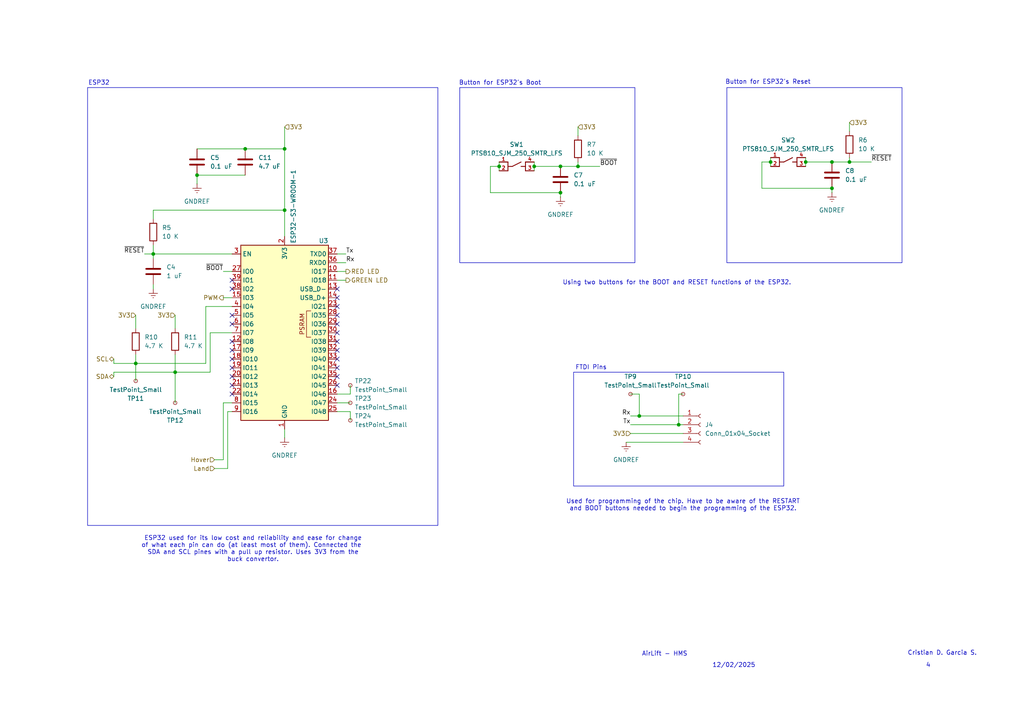
<source format=kicad_sch>
(kicad_sch
	(version 20250114)
	(generator "eeschema")
	(generator_version "9.0")
	(uuid "347ce5a3-a069-4566-8a5e-d6ff669c5f6d")
	(paper "A4")
	(lib_symbols
		(symbol "HMS_SSymbols_Library:C"
			(pin_numbers
				(hide yes)
			)
			(pin_names
				(offset 0.254)
			)
			(exclude_from_sim no)
			(in_bom yes)
			(on_board yes)
			(property "Reference" "C"
				(at 0.635 2.54 0)
				(effects
					(font
						(size 1.27 1.27)
					)
					(justify left)
				)
			)
			(property "Value" "C"
				(at 0.635 -2.54 0)
				(effects
					(font
						(size 1.27 1.27)
					)
					(justify left)
				)
			)
			(property "Footprint" ""
				(at 0.9652 -3.81 0)
				(effects
					(font
						(size 1.27 1.27)
					)
					(hide yes)
				)
			)
			(property "Datasheet" "~"
				(at 0 0 0)
				(effects
					(font
						(size 1.27 1.27)
					)
					(hide yes)
				)
			)
			(property "Description" "Unpolarized capacitor"
				(at 0 0 0)
				(effects
					(font
						(size 1.27 1.27)
					)
					(hide yes)
				)
			)
			(property "ki_keywords" "cap capacitor"
				(at 0 0 0)
				(effects
					(font
						(size 1.27 1.27)
					)
					(hide yes)
				)
			)
			(property "ki_fp_filters" "C_*"
				(at 0 0 0)
				(effects
					(font
						(size 1.27 1.27)
					)
					(hide yes)
				)
			)
			(symbol "C_0_1"
				(polyline
					(pts
						(xy -2.032 0.762) (xy 2.032 0.762)
					)
					(stroke
						(width 0.508)
						(type default)
					)
					(fill
						(type none)
					)
				)
				(polyline
					(pts
						(xy -2.032 -0.762) (xy 2.032 -0.762)
					)
					(stroke
						(width 0.508)
						(type default)
					)
					(fill
						(type none)
					)
				)
			)
			(symbol "C_1_1"
				(pin passive line
					(at 0 3.81 270)
					(length 2.794)
					(name "~"
						(effects
							(font
								(size 1.27 1.27)
							)
						)
					)
					(number "1"
						(effects
							(font
								(size 1.27 1.27)
							)
						)
					)
				)
				(pin passive line
					(at 0 -3.81 90)
					(length 2.794)
					(name "~"
						(effects
							(font
								(size 1.27 1.27)
							)
						)
					)
					(number "2"
						(effects
							(font
								(size 1.27 1.27)
							)
						)
					)
				)
			)
			(embedded_fonts no)
		)
		(symbol "HMS_SSymbols_Library:Conn_01x04_Socket"
			(pin_names
				(offset 1.016)
				(hide yes)
			)
			(exclude_from_sim no)
			(in_bom yes)
			(on_board yes)
			(property "Reference" "J"
				(at 0 5.08 0)
				(effects
					(font
						(size 1.27 1.27)
					)
				)
			)
			(property "Value" "Conn_01x04_Socket"
				(at 0 -7.62 0)
				(effects
					(font
						(size 1.27 1.27)
					)
				)
			)
			(property "Footprint" ""
				(at 0 0 0)
				(effects
					(font
						(size 1.27 1.27)
					)
					(hide yes)
				)
			)
			(property "Datasheet" "~"
				(at 0 0 0)
				(effects
					(font
						(size 1.27 1.27)
					)
					(hide yes)
				)
			)
			(property "Description" "Generic connector, single row, 01x04, script generated"
				(at 0 0 0)
				(effects
					(font
						(size 1.27 1.27)
					)
					(hide yes)
				)
			)
			(property "ki_locked" ""
				(at 0 0 0)
				(effects
					(font
						(size 1.27 1.27)
					)
				)
			)
			(property "ki_keywords" "connector"
				(at 0 0 0)
				(effects
					(font
						(size 1.27 1.27)
					)
					(hide yes)
				)
			)
			(property "ki_fp_filters" "Connector*:*_1x??_*"
				(at 0 0 0)
				(effects
					(font
						(size 1.27 1.27)
					)
					(hide yes)
				)
			)
			(symbol "Conn_01x04_Socket_1_1"
				(polyline
					(pts
						(xy -1.27 2.54) (xy -0.508 2.54)
					)
					(stroke
						(width 0.1524)
						(type default)
					)
					(fill
						(type none)
					)
				)
				(polyline
					(pts
						(xy -1.27 0) (xy -0.508 0)
					)
					(stroke
						(width 0.1524)
						(type default)
					)
					(fill
						(type none)
					)
				)
				(polyline
					(pts
						(xy -1.27 -2.54) (xy -0.508 -2.54)
					)
					(stroke
						(width 0.1524)
						(type default)
					)
					(fill
						(type none)
					)
				)
				(polyline
					(pts
						(xy -1.27 -5.08) (xy -0.508 -5.08)
					)
					(stroke
						(width 0.1524)
						(type default)
					)
					(fill
						(type none)
					)
				)
				(arc
					(start 0 2.032)
					(mid -0.5058 2.54)
					(end 0 3.048)
					(stroke
						(width 0.1524)
						(type default)
					)
					(fill
						(type none)
					)
				)
				(arc
					(start 0 -0.508)
					(mid -0.5058 0)
					(end 0 0.508)
					(stroke
						(width 0.1524)
						(type default)
					)
					(fill
						(type none)
					)
				)
				(arc
					(start 0 -3.048)
					(mid -0.5058 -2.54)
					(end 0 -2.032)
					(stroke
						(width 0.1524)
						(type default)
					)
					(fill
						(type none)
					)
				)
				(arc
					(start 0 -5.588)
					(mid -0.5058 -5.08)
					(end 0 -4.572)
					(stroke
						(width 0.1524)
						(type default)
					)
					(fill
						(type none)
					)
				)
				(pin passive line
					(at -5.08 2.54 0)
					(length 3.81)
					(name "Pin_1"
						(effects
							(font
								(size 1.27 1.27)
							)
						)
					)
					(number "1"
						(effects
							(font
								(size 1.27 1.27)
							)
						)
					)
				)
				(pin passive line
					(at -5.08 0 0)
					(length 3.81)
					(name "Pin_2"
						(effects
							(font
								(size 1.27 1.27)
							)
						)
					)
					(number "2"
						(effects
							(font
								(size 1.27 1.27)
							)
						)
					)
				)
				(pin passive line
					(at -5.08 -2.54 0)
					(length 3.81)
					(name "Pin_3"
						(effects
							(font
								(size 1.27 1.27)
							)
						)
					)
					(number "3"
						(effects
							(font
								(size 1.27 1.27)
							)
						)
					)
				)
				(pin passive line
					(at -5.08 -5.08 0)
					(length 3.81)
					(name "Pin_4"
						(effects
							(font
								(size 1.27 1.27)
							)
						)
					)
					(number "4"
						(effects
							(font
								(size 1.27 1.27)
							)
						)
					)
				)
			)
			(embedded_fonts no)
		)
		(symbol "HMS_SSymbols_Library:ESP32-S3-WROOM-1"
			(exclude_from_sim no)
			(in_bom yes)
			(on_board yes)
			(property "Reference" "U"
				(at -12.7 26.67 0)
				(effects
					(font
						(size 1.27 1.27)
					)
				)
			)
			(property "Value" "ESP32-S3-WROOM-1"
				(at 12.7 26.67 0)
				(effects
					(font
						(size 1.27 1.27)
					)
				)
			)
			(property "Footprint" "RF_Module:ESP32-S3-WROOM-1"
				(at 0 2.54 0)
				(effects
					(font
						(size 1.27 1.27)
					)
					(hide yes)
				)
			)
			(property "Datasheet" "https://www.espressif.com/sites/default/files/documentation/esp32-s3-wroom-1_wroom-1u_datasheet_en.pdf"
				(at 0 0 0)
				(effects
					(font
						(size 1.27 1.27)
					)
					(hide yes)
				)
			)
			(property "Description" "RF Module, ESP32-S3 SoC, Wi-Fi 802.11b/g/n, Bluetooth, BLE, 32-bit, 3.3V, onboard antenna, SMD"
				(at 0 0 0)
				(effects
					(font
						(size 1.27 1.27)
					)
					(hide yes)
				)
			)
			(property "ki_keywords" "RF Radio BT ESP ESP32-S3 Espressif onboard PCB antenna"
				(at 0 0 0)
				(effects
					(font
						(size 1.27 1.27)
					)
					(hide yes)
				)
			)
			(property "ki_fp_filters" "ESP32?S3?WROOM?1*"
				(at 0 0 0)
				(effects
					(font
						(size 1.27 1.27)
					)
					(hide yes)
				)
			)
			(symbol "ESP32-S3-WROOM-1_0_0"
				(rectangle
					(start -12.7 25.4)
					(end 12.7 -25.4)
					(stroke
						(width 0.254)
						(type default)
					)
					(fill
						(type background)
					)
				)
				(text "PSRAM"
					(at 5.08 2.54 900)
					(effects
						(font
							(size 1.27 1.27)
						)
					)
				)
			)
			(symbol "ESP32-S3-WROOM-1_0_1"
				(polyline
					(pts
						(xy 7.62 -1.27) (xy 6.35 -1.27) (xy 6.35 6.35) (xy 7.62 6.35)
					)
					(stroke
						(width 0)
						(type default)
					)
					(fill
						(type none)
					)
				)
			)
			(symbol "ESP32-S3-WROOM-1_1_1"
				(pin input line
					(at -15.24 22.86 0)
					(length 2.54)
					(name "EN"
						(effects
							(font
								(size 1.27 1.27)
							)
						)
					)
					(number "3"
						(effects
							(font
								(size 1.27 1.27)
							)
						)
					)
				)
				(pin bidirectional line
					(at -15.24 17.78 0)
					(length 2.54)
					(name "IO0"
						(effects
							(font
								(size 1.27 1.27)
							)
						)
					)
					(number "27"
						(effects
							(font
								(size 1.27 1.27)
							)
						)
					)
				)
				(pin bidirectional line
					(at -15.24 15.24 0)
					(length 2.54)
					(name "IO1"
						(effects
							(font
								(size 1.27 1.27)
							)
						)
					)
					(number "39"
						(effects
							(font
								(size 1.27 1.27)
							)
						)
					)
				)
				(pin bidirectional line
					(at -15.24 12.7 0)
					(length 2.54)
					(name "IO2"
						(effects
							(font
								(size 1.27 1.27)
							)
						)
					)
					(number "38"
						(effects
							(font
								(size 1.27 1.27)
							)
						)
					)
				)
				(pin bidirectional line
					(at -15.24 10.16 0)
					(length 2.54)
					(name "IO3"
						(effects
							(font
								(size 1.27 1.27)
							)
						)
					)
					(number "15"
						(effects
							(font
								(size 1.27 1.27)
							)
						)
					)
				)
				(pin bidirectional line
					(at -15.24 7.62 0)
					(length 2.54)
					(name "IO4"
						(effects
							(font
								(size 1.27 1.27)
							)
						)
					)
					(number "4"
						(effects
							(font
								(size 1.27 1.27)
							)
						)
					)
				)
				(pin bidirectional line
					(at -15.24 5.08 0)
					(length 2.54)
					(name "IO5"
						(effects
							(font
								(size 1.27 1.27)
							)
						)
					)
					(number "5"
						(effects
							(font
								(size 1.27 1.27)
							)
						)
					)
				)
				(pin bidirectional line
					(at -15.24 2.54 0)
					(length 2.54)
					(name "IO6"
						(effects
							(font
								(size 1.27 1.27)
							)
						)
					)
					(number "6"
						(effects
							(font
								(size 1.27 1.27)
							)
						)
					)
				)
				(pin bidirectional line
					(at -15.24 0 0)
					(length 2.54)
					(name "IO7"
						(effects
							(font
								(size 1.27 1.27)
							)
						)
					)
					(number "7"
						(effects
							(font
								(size 1.27 1.27)
							)
						)
					)
				)
				(pin bidirectional line
					(at -15.24 -2.54 0)
					(length 2.54)
					(name "IO8"
						(effects
							(font
								(size 1.27 1.27)
							)
						)
					)
					(number "12"
						(effects
							(font
								(size 1.27 1.27)
							)
						)
					)
				)
				(pin bidirectional line
					(at -15.24 -5.08 0)
					(length 2.54)
					(name "IO9"
						(effects
							(font
								(size 1.27 1.27)
							)
						)
					)
					(number "17"
						(effects
							(font
								(size 1.27 1.27)
							)
						)
					)
				)
				(pin bidirectional line
					(at -15.24 -7.62 0)
					(length 2.54)
					(name "IO10"
						(effects
							(font
								(size 1.27 1.27)
							)
						)
					)
					(number "18"
						(effects
							(font
								(size 1.27 1.27)
							)
						)
					)
				)
				(pin bidirectional line
					(at -15.24 -10.16 0)
					(length 2.54)
					(name "IO11"
						(effects
							(font
								(size 1.27 1.27)
							)
						)
					)
					(number "19"
						(effects
							(font
								(size 1.27 1.27)
							)
						)
					)
				)
				(pin bidirectional line
					(at -15.24 -12.7 0)
					(length 2.54)
					(name "IO12"
						(effects
							(font
								(size 1.27 1.27)
							)
						)
					)
					(number "20"
						(effects
							(font
								(size 1.27 1.27)
							)
						)
					)
				)
				(pin bidirectional line
					(at -15.24 -15.24 0)
					(length 2.54)
					(name "IO13"
						(effects
							(font
								(size 1.27 1.27)
							)
						)
					)
					(number "21"
						(effects
							(font
								(size 1.27 1.27)
							)
						)
					)
				)
				(pin bidirectional line
					(at -15.24 -17.78 0)
					(length 2.54)
					(name "IO14"
						(effects
							(font
								(size 1.27 1.27)
							)
						)
					)
					(number "22"
						(effects
							(font
								(size 1.27 1.27)
							)
						)
					)
				)
				(pin bidirectional line
					(at -15.24 -20.32 0)
					(length 2.54)
					(name "IO15"
						(effects
							(font
								(size 1.27 1.27)
							)
						)
					)
					(number "8"
						(effects
							(font
								(size 1.27 1.27)
							)
						)
					)
				)
				(pin bidirectional line
					(at -15.24 -22.86 0)
					(length 2.54)
					(name "IO16"
						(effects
							(font
								(size 1.27 1.27)
							)
						)
					)
					(number "9"
						(effects
							(font
								(size 1.27 1.27)
							)
						)
					)
				)
				(pin power_in line
					(at 0 27.94 270)
					(length 2.54)
					(name "3V3"
						(effects
							(font
								(size 1.27 1.27)
							)
						)
					)
					(number "2"
						(effects
							(font
								(size 1.27 1.27)
							)
						)
					)
				)
				(pin power_in line
					(at 0 -27.94 90)
					(length 2.54)
					(name "GND"
						(effects
							(font
								(size 1.27 1.27)
							)
						)
					)
					(number "1"
						(effects
							(font
								(size 1.27 1.27)
							)
						)
					)
				)
				(pin passive line
					(at 0 -27.94 90)
					(length 2.54)
					(hide yes)
					(name "GND"
						(effects
							(font
								(size 1.27 1.27)
							)
						)
					)
					(number "40"
						(effects
							(font
								(size 1.27 1.27)
							)
						)
					)
				)
				(pin passive line
					(at 0 -27.94 90)
					(length 2.54)
					(hide yes)
					(name "GND"
						(effects
							(font
								(size 1.27 1.27)
							)
						)
					)
					(number "41"
						(effects
							(font
								(size 1.27 1.27)
							)
						)
					)
				)
				(pin bidirectional line
					(at 15.24 22.86 180)
					(length 2.54)
					(name "TXD0"
						(effects
							(font
								(size 1.27 1.27)
							)
						)
					)
					(number "37"
						(effects
							(font
								(size 1.27 1.27)
							)
						)
					)
				)
				(pin bidirectional line
					(at 15.24 20.32 180)
					(length 2.54)
					(name "RXD0"
						(effects
							(font
								(size 1.27 1.27)
							)
						)
					)
					(number "36"
						(effects
							(font
								(size 1.27 1.27)
							)
						)
					)
				)
				(pin bidirectional line
					(at 15.24 17.78 180)
					(length 2.54)
					(name "IO17"
						(effects
							(font
								(size 1.27 1.27)
							)
						)
					)
					(number "10"
						(effects
							(font
								(size 1.27 1.27)
							)
						)
					)
				)
				(pin bidirectional line
					(at 15.24 15.24 180)
					(length 2.54)
					(name "IO18"
						(effects
							(font
								(size 1.27 1.27)
							)
						)
					)
					(number "11"
						(effects
							(font
								(size 1.27 1.27)
							)
						)
					)
				)
				(pin bidirectional line
					(at 15.24 12.7 180)
					(length 2.54)
					(name "USB_D-"
						(effects
							(font
								(size 1.27 1.27)
							)
						)
					)
					(number "13"
						(effects
							(font
								(size 1.27 1.27)
							)
						)
					)
					(alternate "IO19" bidirectional line)
				)
				(pin bidirectional line
					(at 15.24 10.16 180)
					(length 2.54)
					(name "USB_D+"
						(effects
							(font
								(size 1.27 1.27)
							)
						)
					)
					(number "14"
						(effects
							(font
								(size 1.27 1.27)
							)
						)
					)
					(alternate "IO20" bidirectional line)
				)
				(pin bidirectional line
					(at 15.24 7.62 180)
					(length 2.54)
					(name "IO21"
						(effects
							(font
								(size 1.27 1.27)
							)
						)
					)
					(number "23"
						(effects
							(font
								(size 1.27 1.27)
							)
						)
					)
				)
				(pin bidirectional line
					(at 15.24 5.08 180)
					(length 2.54)
					(name "IO35"
						(effects
							(font
								(size 1.27 1.27)
							)
						)
					)
					(number "28"
						(effects
							(font
								(size 1.27 1.27)
							)
						)
					)
				)
				(pin bidirectional line
					(at 15.24 2.54 180)
					(length 2.54)
					(name "IO36"
						(effects
							(font
								(size 1.27 1.27)
							)
						)
					)
					(number "29"
						(effects
							(font
								(size 1.27 1.27)
							)
						)
					)
				)
				(pin bidirectional line
					(at 15.24 0 180)
					(length 2.54)
					(name "IO37"
						(effects
							(font
								(size 1.27 1.27)
							)
						)
					)
					(number "30"
						(effects
							(font
								(size 1.27 1.27)
							)
						)
					)
				)
				(pin bidirectional line
					(at 15.24 -2.54 180)
					(length 2.54)
					(name "IO38"
						(effects
							(font
								(size 1.27 1.27)
							)
						)
					)
					(number "31"
						(effects
							(font
								(size 1.27 1.27)
							)
						)
					)
				)
				(pin bidirectional line
					(at 15.24 -5.08 180)
					(length 2.54)
					(name "IO39"
						(effects
							(font
								(size 1.27 1.27)
							)
						)
					)
					(number "32"
						(effects
							(font
								(size 1.27 1.27)
							)
						)
					)
				)
				(pin bidirectional line
					(at 15.24 -7.62 180)
					(length 2.54)
					(name "IO40"
						(effects
							(font
								(size 1.27 1.27)
							)
						)
					)
					(number "33"
						(effects
							(font
								(size 1.27 1.27)
							)
						)
					)
				)
				(pin bidirectional line
					(at 15.24 -10.16 180)
					(length 2.54)
					(name "IO41"
						(effects
							(font
								(size 1.27 1.27)
							)
						)
					)
					(number "34"
						(effects
							(font
								(size 1.27 1.27)
							)
						)
					)
				)
				(pin bidirectional line
					(at 15.24 -12.7 180)
					(length 2.54)
					(name "IO42"
						(effects
							(font
								(size 1.27 1.27)
							)
						)
					)
					(number "35"
						(effects
							(font
								(size 1.27 1.27)
							)
						)
					)
				)
				(pin bidirectional line
					(at 15.24 -15.24 180)
					(length 2.54)
					(name "IO45"
						(effects
							(font
								(size 1.27 1.27)
							)
						)
					)
					(number "26"
						(effects
							(font
								(size 1.27 1.27)
							)
						)
					)
				)
				(pin bidirectional line
					(at 15.24 -17.78 180)
					(length 2.54)
					(name "IO46"
						(effects
							(font
								(size 1.27 1.27)
							)
						)
					)
					(number "16"
						(effects
							(font
								(size 1.27 1.27)
							)
						)
					)
				)
				(pin bidirectional line
					(at 15.24 -20.32 180)
					(length 2.54)
					(name "IO47"
						(effects
							(font
								(size 1.27 1.27)
							)
						)
					)
					(number "24"
						(effects
							(font
								(size 1.27 1.27)
							)
						)
					)
				)
				(pin bidirectional line
					(at 15.24 -22.86 180)
					(length 2.54)
					(name "IO48"
						(effects
							(font
								(size 1.27 1.27)
							)
						)
					)
					(number "25"
						(effects
							(font
								(size 1.27 1.27)
							)
						)
					)
				)
			)
			(embedded_fonts no)
		)
		(symbol "HMS_SSymbols_Library:GNDREF"
			(power)
			(pin_numbers
				(hide yes)
			)
			(pin_names
				(offset 0)
				(hide yes)
			)
			(exclude_from_sim no)
			(in_bom yes)
			(on_board yes)
			(property "Reference" "#PWR"
				(at 0 -6.35 0)
				(effects
					(font
						(size 1.27 1.27)
					)
					(hide yes)
				)
			)
			(property "Value" "GNDREF"
				(at 0 -3.81 0)
				(effects
					(font
						(size 1.27 1.27)
					)
				)
			)
			(property "Footprint" ""
				(at 0 0 0)
				(effects
					(font
						(size 1.27 1.27)
					)
					(hide yes)
				)
			)
			(property "Datasheet" ""
				(at 0 0 0)
				(effects
					(font
						(size 1.27 1.27)
					)
					(hide yes)
				)
			)
			(property "Description" "Power symbol creates a global label with name \"GNDREF\" , reference supply ground"
				(at 0 0 0)
				(effects
					(font
						(size 1.27 1.27)
					)
					(hide yes)
				)
			)
			(property "ki_keywords" "global power"
				(at 0 0 0)
				(effects
					(font
						(size 1.27 1.27)
					)
					(hide yes)
				)
			)
			(symbol "GNDREF_0_1"
				(polyline
					(pts
						(xy -0.635 -1.905) (xy 0.635 -1.905)
					)
					(stroke
						(width 0)
						(type default)
					)
					(fill
						(type none)
					)
				)
				(polyline
					(pts
						(xy -0.127 -2.54) (xy 0.127 -2.54)
					)
					(stroke
						(width 0)
						(type default)
					)
					(fill
						(type none)
					)
				)
				(polyline
					(pts
						(xy 0 -1.27) (xy 0 0)
					)
					(stroke
						(width 0)
						(type default)
					)
					(fill
						(type none)
					)
				)
				(polyline
					(pts
						(xy 1.27 -1.27) (xy -1.27 -1.27)
					)
					(stroke
						(width 0)
						(type default)
					)
					(fill
						(type none)
					)
				)
			)
			(symbol "GNDREF_1_1"
				(pin power_in line
					(at 0 0 270)
					(length 0)
					(name "~"
						(effects
							(font
								(size 1.27 1.27)
							)
						)
					)
					(number "1"
						(effects
							(font
								(size 1.27 1.27)
							)
						)
					)
				)
			)
			(embedded_fonts no)
		)
		(symbol "HMS_SSymbols_Library:PTS810_SJM_250_SMTR_LFS"
			(pin_names
				(offset 1.016)
			)
			(exclude_from_sim no)
			(in_bom yes)
			(on_board yes)
			(property "Reference" "SW"
				(at -3.81 1.27 0)
				(effects
					(font
						(size 1.27 1.27)
					)
					(justify left bottom)
				)
			)
			(property "Value" "PTS810_SJM_250_SMTR_LFS"
				(at -5.08 -6.35 0)
				(effects
					(font
						(size 1.27 1.27)
					)
					(justify left bottom)
				)
			)
			(property "Footprint" "PTS810_SJM_250_SMTR_LFS:SW_PTS810_SJM_250_SMTR_LFS"
				(at 0 0 0)
				(effects
					(font
						(size 1.27 1.27)
					)
					(justify bottom)
					(hide yes)
				)
			)
			(property "Datasheet" ""
				(at 0 0 0)
				(effects
					(font
						(size 1.27 1.27)
					)
					(hide yes)
				)
			)
			(property "Description" ""
				(at 0 0 0)
				(effects
					(font
						(size 1.27 1.27)
					)
					(hide yes)
				)
			)
			(property "MANUFACTURER" "CnK"
				(at 0 0 0)
				(effects
					(font
						(size 1.27 1.27)
					)
					(justify bottom)
					(hide yes)
				)
			)
			(property "STANDARD" "Manufacturer Recommendations"
				(at 0 0 0)
				(effects
					(font
						(size 1.27 1.27)
					)
					(justify bottom)
					(hide yes)
				)
			)
			(symbol "PTS810_SJM_250_SMTR_LFS_0_0"
				(polyline
					(pts
						(xy -2.54 0) (xy -5.08 0)
					)
					(stroke
						(width 0.254)
						(type default)
					)
					(fill
						(type none)
					)
				)
				(polyline
					(pts
						(xy -2.54 0) (xy -2.54 -2.54)
					)
					(stroke
						(width 0.254)
						(type default)
					)
					(fill
						(type none)
					)
				)
				(polyline
					(pts
						(xy -2.54 -1.27) (xy -1.27 -1.27)
					)
					(stroke
						(width 0.254)
						(type default)
					)
					(fill
						(type none)
					)
				)
				(polyline
					(pts
						(xy -2.54 -2.54) (xy -5.08 -2.54)
					)
					(stroke
						(width 0.254)
						(type default)
					)
					(fill
						(type none)
					)
				)
				(polyline
					(pts
						(xy -1.27 -1.27) (xy 1.27 0)
					)
					(stroke
						(width 0.254)
						(type default)
					)
					(fill
						(type none)
					)
				)
				(polyline
					(pts
						(xy 1.27 -1.27) (xy 2.54 -1.27)
					)
					(stroke
						(width 0.254)
						(type default)
					)
					(fill
						(type none)
					)
				)
				(polyline
					(pts
						(xy 2.54 0) (xy 2.54 -2.54)
					)
					(stroke
						(width 0.254)
						(type default)
					)
					(fill
						(type none)
					)
				)
				(polyline
					(pts
						(xy 2.54 0) (xy 5.08 0)
					)
					(stroke
						(width 0.254)
						(type default)
					)
					(fill
						(type none)
					)
				)
				(polyline
					(pts
						(xy 2.54 -2.54) (xy 5.08 -2.54)
					)
					(stroke
						(width 0.254)
						(type default)
					)
					(fill
						(type none)
					)
				)
				(pin passive line
					(at -5.08 0 0)
					(length 2.54)
					(name "~"
						(effects
							(font
								(size 1.016 1.016)
							)
						)
					)
					(number "1"
						(effects
							(font
								(size 1.016 1.016)
							)
						)
					)
				)
				(pin passive line
					(at -5.08 -2.54 0)
					(length 2.54)
					(name "~"
						(effects
							(font
								(size 1.016 1.016)
							)
						)
					)
					(number "2"
						(effects
							(font
								(size 1.016 1.016)
							)
						)
					)
				)
				(pin passive line
					(at 5.08 0 180)
					(length 2.54)
					(name "~"
						(effects
							(font
								(size 1.016 1.016)
							)
						)
					)
					(number "4"
						(effects
							(font
								(size 1.016 1.016)
							)
						)
					)
				)
				(pin passive line
					(at 5.08 -2.54 180)
					(length 2.54)
					(name "~"
						(effects
							(font
								(size 1.016 1.016)
							)
						)
					)
					(number "3"
						(effects
							(font
								(size 1.016 1.016)
							)
						)
					)
				)
			)
			(embedded_fonts no)
		)
		(symbol "HMS_SSymbols_Library:R"
			(pin_numbers
				(hide yes)
			)
			(pin_names
				(offset 0)
			)
			(exclude_from_sim no)
			(in_bom yes)
			(on_board yes)
			(property "Reference" "R"
				(at 2.032 0 90)
				(effects
					(font
						(size 1.27 1.27)
					)
				)
			)
			(property "Value" "R"
				(at 0 0 90)
				(effects
					(font
						(size 1.27 1.27)
					)
				)
			)
			(property "Footprint" ""
				(at -1.778 0 90)
				(effects
					(font
						(size 1.27 1.27)
					)
					(hide yes)
				)
			)
			(property "Datasheet" "~"
				(at 0 0 0)
				(effects
					(font
						(size 1.27 1.27)
					)
					(hide yes)
				)
			)
			(property "Description" "Resistor"
				(at 0 0 0)
				(effects
					(font
						(size 1.27 1.27)
					)
					(hide yes)
				)
			)
			(property "ki_keywords" "R res resistor"
				(at 0 0 0)
				(effects
					(font
						(size 1.27 1.27)
					)
					(hide yes)
				)
			)
			(property "ki_fp_filters" "R_*"
				(at 0 0 0)
				(effects
					(font
						(size 1.27 1.27)
					)
					(hide yes)
				)
			)
			(symbol "R_0_1"
				(rectangle
					(start -1.016 -2.54)
					(end 1.016 2.54)
					(stroke
						(width 0.254)
						(type default)
					)
					(fill
						(type none)
					)
				)
			)
			(symbol "R_1_1"
				(pin passive line
					(at 0 3.81 270)
					(length 1.27)
					(name "~"
						(effects
							(font
								(size 1.27 1.27)
							)
						)
					)
					(number "1"
						(effects
							(font
								(size 1.27 1.27)
							)
						)
					)
				)
				(pin passive line
					(at 0 -3.81 90)
					(length 1.27)
					(name "~"
						(effects
							(font
								(size 1.27 1.27)
							)
						)
					)
					(number "2"
						(effects
							(font
								(size 1.27 1.27)
							)
						)
					)
				)
			)
			(embedded_fonts no)
		)
		(symbol "HMS_SSymbols_Library:TestPoint_Small"
			(pin_numbers
				(hide yes)
			)
			(pin_names
				(offset 0.762)
				(hide yes)
			)
			(exclude_from_sim no)
			(in_bom yes)
			(on_board yes)
			(property "Reference" "TP"
				(at 0 3.81 0)
				(effects
					(font
						(size 1.27 1.27)
					)
				)
			)
			(property "Value" "TestPoint_Small"
				(at 0 2.032 0)
				(effects
					(font
						(size 1.27 1.27)
					)
				)
			)
			(property "Footprint" ""
				(at 5.08 0 0)
				(effects
					(font
						(size 1.27 1.27)
					)
					(hide yes)
				)
			)
			(property "Datasheet" "~"
				(at 5.08 0 0)
				(effects
					(font
						(size 1.27 1.27)
					)
					(hide yes)
				)
			)
			(property "Description" "test point"
				(at 0 0 0)
				(effects
					(font
						(size 1.27 1.27)
					)
					(hide yes)
				)
			)
			(property "ki_keywords" "test point tp"
				(at 0 0 0)
				(effects
					(font
						(size 1.27 1.27)
					)
					(hide yes)
				)
			)
			(property "ki_fp_filters" "Pin* Test*"
				(at 0 0 0)
				(effects
					(font
						(size 1.27 1.27)
					)
					(hide yes)
				)
			)
			(symbol "TestPoint_Small_0_1"
				(circle
					(center 0 0)
					(radius 0.508)
					(stroke
						(width 0)
						(type default)
					)
					(fill
						(type none)
					)
				)
			)
			(symbol "TestPoint_Small_1_1"
				(pin passive line
					(at 0 0 90)
					(length 0)
					(name "1"
						(effects
							(font
								(size 1.27 1.27)
							)
						)
					)
					(number "1"
						(effects
							(font
								(size 1.27 1.27)
							)
						)
					)
				)
			)
			(embedded_fonts no)
		)
	)
	(rectangle
		(start 133.35 25.4)
		(end 184.15 76.2)
		(stroke
			(width 0)
			(type default)
		)
		(fill
			(type none)
		)
		(uuid 511da302-4198-4e78-bddc-4caf39e525b7)
	)
	(rectangle
		(start 166.37 107.95)
		(end 227.33 140.97)
		(stroke
			(width 0)
			(type default)
		)
		(fill
			(type none)
		)
		(uuid 6b13f94a-37fb-4dac-bc92-6c506a26fee0)
	)
	(rectangle
		(start 210.82 25.4)
		(end 261.62 76.2)
		(stroke
			(width 0)
			(type default)
		)
		(fill
			(type none)
		)
		(uuid 6f84ca28-293d-455c-8497-be2dcba90f62)
	)
	(rectangle
		(start 25.4 25.4)
		(end 127 152.4)
		(stroke
			(width 0)
			(type default)
		)
		(fill
			(type none)
		)
		(uuid e74ca1a8-c2bd-4fee-9767-71c1722417c6)
	)
	(text "AirLift - HMS"
		(exclude_from_sim no)
		(at 192.786 189.738 0)
		(effects
			(font
				(size 1.27 1.27)
			)
		)
		(uuid "24ecbda8-60e7-4a15-9387-ee3e5f531ae3")
	)
	(text "12/02/2025"
		(exclude_from_sim no)
		(at 212.852 193.04 0)
		(effects
			(font
				(size 1.27 1.27)
			)
		)
		(uuid "491a480f-c4b8-4761-9f16-05b264834c46")
	)
	(text "Cristian D. Garcia S."
		(exclude_from_sim no)
		(at 273.304 189.484 0)
		(effects
			(font
				(size 1.27 1.27)
			)
		)
		(uuid "49c7a287-d3f8-4135-816e-37577c76a887")
	)
	(text "ESP32"
		(exclude_from_sim no)
		(at 28.702 24.13 0)
		(effects
			(font
				(size 1.27 1.27)
			)
		)
		(uuid "53a321e6-cf80-4177-bc44-7d1e796be1d5")
	)
	(text "Button for ESP32's Boot"
		(exclude_from_sim no)
		(at 145.034 24.13 0)
		(effects
			(font
				(size 1.27 1.27)
			)
		)
		(uuid "665172cc-c13f-408e-81a8-30c2a1d93ab9")
	)
	(text "Using two buttons for the BOOT and RESET functions of the ESP32."
		(exclude_from_sim no)
		(at 196.342 82.042 0)
		(effects
			(font
				(size 1.27 1.27)
			)
		)
		(uuid "69673355-2f6c-4f1b-ac69-8656b292a5b3")
	)
	(text "ESP32 used for its low cost and reliability and ease for change\nof what each pin can do (at least most of them). Connected the \nSDA and SCL pines with a pull up resistor. Uses 3V3 from the\nbuck convertor."
		(exclude_from_sim no)
		(at 73.406 159.258 0)
		(effects
			(font
				(size 1.27 1.27)
			)
		)
		(uuid "76fa47bb-cc7c-47a3-8a72-b5762c0b8a18")
	)
	(text "4"
		(exclude_from_sim no)
		(at 269.24 193.04 0)
		(effects
			(font
				(size 1.27 1.27)
			)
		)
		(uuid "8558d19c-4fdd-421e-a676-b3791ad1fc41")
	)
	(text "FTDI Pins"
		(exclude_from_sim no)
		(at 171.45 106.68 0)
		(effects
			(font
				(size 1.27 1.27)
			)
		)
		(uuid "9d42d0cb-c565-458e-aa48-e2bd5efaf818")
	)
	(text "Button for ESP32's Reset"
		(exclude_from_sim no)
		(at 222.758 23.876 0)
		(effects
			(font
				(size 1.27 1.27)
			)
		)
		(uuid "b94efa97-0cb6-4ec9-b9d0-4d7ae5642e7b")
	)
	(text "Used for programming of the chip. Have to be aware of the RESTART\nand BOOT buttons needed to begin the programming of the ESP32."
		(exclude_from_sim no)
		(at 198.12 146.558 0)
		(effects
			(font
				(size 1.27 1.27)
			)
		)
		(uuid "c650ba2a-d51c-4219-877d-88bc17b30412")
	)
	(junction
		(at 162.56 55.88)
		(diameter 0)
		(color 0 0 0 0)
		(uuid "02006c97-fe3f-4ec5-8bf0-21c2db40c3e4")
	)
	(junction
		(at 39.37 105.41)
		(diameter 0)
		(color 0 0 0 0)
		(uuid "02fe17bd-5459-4f8a-912b-1beafc3568b7")
	)
	(junction
		(at 241.3 54.61)
		(diameter 0)
		(color 0 0 0 0)
		(uuid "0d8e93ad-1c50-406f-bd56-8d51218c0e1e")
	)
	(junction
		(at 82.55 43.18)
		(diameter 0)
		(color 0 0 0 0)
		(uuid "385bf7d2-569f-486a-ac59-da0d87c192a1")
	)
	(junction
		(at 196.85 123.19)
		(diameter 0)
		(color 0 0 0 0)
		(uuid "3ed83fa9-d6a2-4c20-8b00-18b54618d3de")
	)
	(junction
		(at 162.56 48.26)
		(diameter 0)
		(color 0 0 0 0)
		(uuid "44959eb3-98b9-4e8e-9981-aa56c4e1f61d")
	)
	(junction
		(at 44.45 73.66)
		(diameter 0)
		(color 0 0 0 0)
		(uuid "68709498-8a5c-476e-9616-b56617a96ead")
	)
	(junction
		(at 185.42 120.65)
		(diameter 0)
		(color 0 0 0 0)
		(uuid "6cf98b0e-39d0-41a0-864b-f76416f6874e")
	)
	(junction
		(at 50.8 107.95)
		(diameter 0)
		(color 0 0 0 0)
		(uuid "7c036315-6a4c-4a2d-b2c2-ef43586374d1")
	)
	(junction
		(at 246.38 46.99)
		(diameter 0)
		(color 0 0 0 0)
		(uuid "823e6be6-d202-4620-a88a-96bd1e42ad30")
	)
	(junction
		(at 154.94 48.26)
		(diameter 0)
		(color 0 0 0 0)
		(uuid "8a36580b-74bb-4ffc-a34d-f01b46763666")
	)
	(junction
		(at 233.68 46.99)
		(diameter 0)
		(color 0 0 0 0)
		(uuid "92d9fd93-e517-4b50-a48e-ab1439a2d84a")
	)
	(junction
		(at 223.52 46.99)
		(diameter 0)
		(color 0 0 0 0)
		(uuid "9da5742e-f1c6-4297-9969-83bf70eb92b1")
	)
	(junction
		(at 167.64 48.26)
		(diameter 0)
		(color 0 0 0 0)
		(uuid "a40ab2ee-174e-4c15-97dd-22f526c79511")
	)
	(junction
		(at 241.3 46.99)
		(diameter 0)
		(color 0 0 0 0)
		(uuid "ae0eeaee-15af-4ed3-89cd-3ea24c8a75a0")
	)
	(junction
		(at 71.12 43.18)
		(diameter 0)
		(color 0 0 0 0)
		(uuid "bf9383bf-82a0-4925-a57c-cad757f6568d")
	)
	(junction
		(at 144.78 48.26)
		(diameter 0)
		(color 0 0 0 0)
		(uuid "caeeeb18-0bae-42a6-b093-5eafbd732ae2")
	)
	(junction
		(at 57.15 50.8)
		(diameter 0)
		(color 0 0 0 0)
		(uuid "ccb00a6b-5d86-4832-a57c-82bdab5522f2")
	)
	(junction
		(at 82.55 60.96)
		(diameter 0)
		(color 0 0 0 0)
		(uuid "fcc304a0-001c-412f-b0f4-d3367c0dfdff")
	)
	(no_connect
		(at 97.79 109.22)
		(uuid "0d4f21a0-5474-45e8-a66a-55ffa9712345")
	)
	(no_connect
		(at 97.79 93.98)
		(uuid "0e8ab41b-5266-4968-ae14-286dcee0e779")
	)
	(no_connect
		(at 97.79 104.14)
		(uuid "173acc47-02bf-49e5-9c87-15b9095ef065")
	)
	(no_connect
		(at 67.31 99.06)
		(uuid "19ab3453-372c-4ee0-8447-7c41653bb29c")
	)
	(no_connect
		(at 97.79 106.68)
		(uuid "2825c0f4-fd45-4293-a265-d833fba6a525")
	)
	(no_connect
		(at 67.31 109.22)
		(uuid "2a758d45-bde0-410e-8ff7-7e876bf0b05c")
	)
	(no_connect
		(at 97.79 96.52)
		(uuid "2e78c775-e806-48b4-948e-cc390b7873fe")
	)
	(no_connect
		(at 67.31 104.14)
		(uuid "3139b4c0-4af4-4d1d-a816-4b812ebbd4e2")
	)
	(no_connect
		(at 67.31 93.98)
		(uuid "448dc314-c1ae-467f-9529-7b16def8d1fa")
	)
	(no_connect
		(at 97.79 111.76)
		(uuid "4fb23b73-2a39-42a8-996e-e55f093ce089")
	)
	(no_connect
		(at 67.31 114.3)
		(uuid "5d56ce64-5a0d-464e-b6df-61e3e7884aa2")
	)
	(no_connect
		(at 67.31 101.6)
		(uuid "6f96938c-2b8d-4981-90cc-61dbe80699c9")
	)
	(no_connect
		(at 67.31 81.28)
		(uuid "9e0dcbc0-d759-4270-bbda-b61e16ba4274")
	)
	(no_connect
		(at 97.79 83.82)
		(uuid "a10f8938-22c0-4476-be89-5cfa1e7a8911")
	)
	(no_connect
		(at 97.79 101.6)
		(uuid "b734c262-a1bc-4d7f-a775-ad6b4435a448")
	)
	(no_connect
		(at 97.79 99.06)
		(uuid "c1e87cf0-b128-4789-9c3c-a1627a9999f8")
	)
	(no_connect
		(at 67.31 111.76)
		(uuid "d2d793d2-fdd6-4350-8bae-7261c20dd505")
	)
	(no_connect
		(at 67.31 83.82)
		(uuid "db1fee60-adf4-4541-9619-303f34bfc920")
	)
	(no_connect
		(at 97.79 88.9)
		(uuid "ed652444-00a0-4c3f-b364-540c616541fc")
	)
	(no_connect
		(at 97.79 91.44)
		(uuid "ed9bf357-b02a-43bb-9703-71a9bc3f40cc")
	)
	(no_connect
		(at 67.31 106.68)
		(uuid "f3083cfd-f578-4e81-ada5-a0cf404c4816")
	)
	(no_connect
		(at 97.79 86.36)
		(uuid "f350dcea-12a0-4d30-a905-811bc06e5697")
	)
	(no_connect
		(at 67.31 91.44)
		(uuid "ff017a91-68dc-40a7-9f46-6b553d54f73b")
	)
	(wire
		(pts
			(xy 101.6 116.84) (xy 97.79 116.84)
		)
		(stroke
			(width 0)
			(type default)
		)
		(uuid "0207bf56-1ec8-468c-8af2-d31ac1080903")
	)
	(wire
		(pts
			(xy 44.45 73.66) (xy 44.45 74.93)
		)
		(stroke
			(width 0)
			(type default)
		)
		(uuid "03e6b301-5395-4947-bfa5-76674efd6e20")
	)
	(wire
		(pts
			(xy 57.15 43.18) (xy 71.12 43.18)
		)
		(stroke
			(width 0)
			(type default)
		)
		(uuid "0807bac5-f3bd-4842-aa95-535bc380d121")
	)
	(wire
		(pts
			(xy 57.15 50.8) (xy 57.15 53.34)
		)
		(stroke
			(width 0)
			(type default)
		)
		(uuid "0901906f-b70c-41b6-a693-79d5d257b773")
	)
	(wire
		(pts
			(xy 71.12 43.18) (xy 82.55 43.18)
		)
		(stroke
			(width 0)
			(type default)
		)
		(uuid "1a0e28e7-b681-427f-b7a3-ec549feeaae1")
	)
	(wire
		(pts
			(xy 182.88 114.3) (xy 185.42 114.3)
		)
		(stroke
			(width 0)
			(type default)
		)
		(uuid "1c38f9c3-c7b6-46c2-987d-5ed4a449fc6b")
	)
	(wire
		(pts
			(xy 142.24 48.26) (xy 144.78 48.26)
		)
		(stroke
			(width 0)
			(type default)
		)
		(uuid "1e1200f4-27f9-4365-92cb-7c66ecace9cb")
	)
	(wire
		(pts
			(xy 182.88 125.73) (xy 198.12 125.73)
		)
		(stroke
			(width 0)
			(type default)
		)
		(uuid "20f6b8f3-83cf-4ff2-9f1c-c607ec668ab7")
	)
	(wire
		(pts
			(xy 82.55 43.18) (xy 82.55 60.96)
		)
		(stroke
			(width 0)
			(type default)
		)
		(uuid "23db3e62-0175-4381-ae21-db9c29df50af")
	)
	(wire
		(pts
			(xy 246.38 45.72) (xy 246.38 46.99)
		)
		(stroke
			(width 0)
			(type default)
		)
		(uuid "29aaa929-bb84-4cc7-9d1e-839d75f3e600")
	)
	(wire
		(pts
			(xy 33.02 105.41) (xy 39.37 105.41)
		)
		(stroke
			(width 0)
			(type default)
		)
		(uuid "323010df-87d1-4a67-b255-a33c9bf90bd1")
	)
	(wire
		(pts
			(xy 82.55 60.96) (xy 82.55 68.58)
		)
		(stroke
			(width 0)
			(type default)
		)
		(uuid "395dab93-8f9c-4af9-b3cc-d77abef228d0")
	)
	(wire
		(pts
			(xy 233.68 46.99) (xy 233.68 48.26)
		)
		(stroke
			(width 0)
			(type default)
		)
		(uuid "3b792596-5570-48ac-8638-fc97fbe7b12f")
	)
	(wire
		(pts
			(xy 64.77 133.35) (xy 64.77 116.84)
		)
		(stroke
			(width 0)
			(type default)
		)
		(uuid "40ef8a24-8ea2-4662-88c2-4df27c7dc5c9")
	)
	(wire
		(pts
			(xy 246.38 46.99) (xy 252.73 46.99)
		)
		(stroke
			(width 0)
			(type default)
		)
		(uuid "411b529a-c941-4ef0-b7b1-f15f503c4429")
	)
	(wire
		(pts
			(xy 241.3 54.61) (xy 241.3 55.88)
		)
		(stroke
			(width 0)
			(type default)
		)
		(uuid "422149ca-a571-414e-9ada-46c71cc1ca15")
	)
	(wire
		(pts
			(xy 182.88 120.65) (xy 185.42 120.65)
		)
		(stroke
			(width 0)
			(type default)
		)
		(uuid "451c36a4-24df-488c-9b67-ea6160e8c196")
	)
	(wire
		(pts
			(xy 241.3 46.99) (xy 246.38 46.99)
		)
		(stroke
			(width 0)
			(type default)
		)
		(uuid "45749b7d-d713-4738-93cf-ec1ac602b840")
	)
	(wire
		(pts
			(xy 57.15 50.8) (xy 71.12 50.8)
		)
		(stroke
			(width 0)
			(type default)
		)
		(uuid "47349819-aba0-410f-8db1-0dd17046784a")
	)
	(wire
		(pts
			(xy 50.8 91.44) (xy 50.8 95.25)
		)
		(stroke
			(width 0)
			(type default)
		)
		(uuid "474b9be7-7a79-4813-a1a0-73f147c8f863")
	)
	(wire
		(pts
			(xy 39.37 102.87) (xy 39.37 105.41)
		)
		(stroke
			(width 0)
			(type default)
		)
		(uuid "47d2f7fa-530a-4dd2-a82d-e2c9ed286350")
	)
	(wire
		(pts
			(xy 101.6 119.38) (xy 97.79 119.38)
		)
		(stroke
			(width 0)
			(type default)
		)
		(uuid "4b3454f1-b43a-4dde-ae40-1afa384249f5")
	)
	(wire
		(pts
			(xy 154.94 48.26) (xy 154.94 49.53)
		)
		(stroke
			(width 0)
			(type default)
		)
		(uuid "4d3a0736-ce8b-44c7-aa77-db560b23a161")
	)
	(wire
		(pts
			(xy 246.38 35.56) (xy 246.38 38.1)
		)
		(stroke
			(width 0)
			(type default)
		)
		(uuid "4f44f0cc-d54e-4474-b677-c3913adecc3a")
	)
	(wire
		(pts
			(xy 62.23 135.89) (xy 66.04 135.89)
		)
		(stroke
			(width 0)
			(type default)
		)
		(uuid "51b0199d-7abb-4d2e-a9b4-835098b6fc7e")
	)
	(wire
		(pts
			(xy 41.91 73.66) (xy 44.45 73.66)
		)
		(stroke
			(width 0)
			(type default)
		)
		(uuid "525335e5-26cd-4e41-bfc0-4a8ca32f0085")
	)
	(wire
		(pts
			(xy 154.94 46.99) (xy 154.94 48.26)
		)
		(stroke
			(width 0)
			(type default)
		)
		(uuid "5498523c-6abe-4cce-b0ba-9b5cd202d187")
	)
	(wire
		(pts
			(xy 82.55 36.83) (xy 82.55 43.18)
		)
		(stroke
			(width 0)
			(type default)
		)
		(uuid "574f0705-c70c-4b12-8919-99089a4e2b75")
	)
	(wire
		(pts
			(xy 182.88 123.19) (xy 196.85 123.19)
		)
		(stroke
			(width 0)
			(type default)
		)
		(uuid "593a4803-672c-4602-95d2-de5f10d16b9b")
	)
	(wire
		(pts
			(xy 220.98 46.99) (xy 220.98 54.61)
		)
		(stroke
			(width 0)
			(type default)
		)
		(uuid "5c1ef18c-dfa9-40e2-ae4c-2c58d5253309")
	)
	(wire
		(pts
			(xy 100.33 78.74) (xy 97.79 78.74)
		)
		(stroke
			(width 0)
			(type default)
		)
		(uuid "5c4f764e-7a98-48fc-964d-298c5d44bd8f")
	)
	(wire
		(pts
			(xy 39.37 91.44) (xy 39.37 95.25)
		)
		(stroke
			(width 0)
			(type default)
		)
		(uuid "5d829085-7ea3-448c-addd-0828b4ec3afe")
	)
	(wire
		(pts
			(xy 167.64 36.83) (xy 167.64 39.37)
		)
		(stroke
			(width 0)
			(type default)
		)
		(uuid "5e684ee4-0b71-4a28-81c3-1531679fc5f5")
	)
	(wire
		(pts
			(xy 50.8 107.95) (xy 50.8 116.84)
		)
		(stroke
			(width 0)
			(type default)
		)
		(uuid "5f67d6c3-461d-4005-b48e-c78e438cc19a")
	)
	(wire
		(pts
			(xy 142.24 55.88) (xy 162.56 55.88)
		)
		(stroke
			(width 0)
			(type default)
		)
		(uuid "62068e3c-9cb1-4bf9-9545-d1b41d725249")
	)
	(wire
		(pts
			(xy 233.68 45.72) (xy 233.68 46.99)
		)
		(stroke
			(width 0)
			(type default)
		)
		(uuid "62529028-8295-42d3-9c4b-0938a9d8a732")
	)
	(wire
		(pts
			(xy 198.12 114.3) (xy 196.85 114.3)
		)
		(stroke
			(width 0)
			(type default)
		)
		(uuid "64aa967f-5402-4cef-8757-6b792fcd36b6")
	)
	(wire
		(pts
			(xy 44.45 60.96) (xy 82.55 60.96)
		)
		(stroke
			(width 0)
			(type default)
		)
		(uuid "6ac6b751-f500-44b8-86dd-27eca8037475")
	)
	(wire
		(pts
			(xy 67.31 96.52) (xy 60.96 96.52)
		)
		(stroke
			(width 0)
			(type default)
		)
		(uuid "6c934c5a-7e20-4d70-b904-df7f3dd9a1bd")
	)
	(wire
		(pts
			(xy 101.6 121.92) (xy 101.6 119.38)
		)
		(stroke
			(width 0)
			(type default)
		)
		(uuid "6e519304-a971-472d-96b1-f4d7ac9432a4")
	)
	(wire
		(pts
			(xy 50.8 102.87) (xy 50.8 107.95)
		)
		(stroke
			(width 0)
			(type default)
		)
		(uuid "724a8088-6f04-4493-99cf-72ef547e4865")
	)
	(wire
		(pts
			(xy 223.52 46.99) (xy 223.52 48.26)
		)
		(stroke
			(width 0)
			(type default)
		)
		(uuid "743cd748-c492-4c5b-9c66-8c8cf91cdc27")
	)
	(wire
		(pts
			(xy 144.78 46.99) (xy 144.78 48.26)
		)
		(stroke
			(width 0)
			(type default)
		)
		(uuid "7489d840-c5d2-487f-8630-8d366230e8cc")
	)
	(wire
		(pts
			(xy 44.45 73.66) (xy 67.31 73.66)
		)
		(stroke
			(width 0)
			(type default)
		)
		(uuid "78258556-ba39-48e3-ad30-d6725074fb2a")
	)
	(wire
		(pts
			(xy 220.98 46.99) (xy 223.52 46.99)
		)
		(stroke
			(width 0)
			(type default)
		)
		(uuid "79e95c86-ca92-4fdc-a172-ab9b3c3b6cb9")
	)
	(wire
		(pts
			(xy 64.77 116.84) (xy 67.31 116.84)
		)
		(stroke
			(width 0)
			(type default)
		)
		(uuid "8a00adc0-dd42-4e79-8ac0-c3b41b9c5132")
	)
	(wire
		(pts
			(xy 59.69 105.41) (xy 39.37 105.41)
		)
		(stroke
			(width 0)
			(type default)
		)
		(uuid "8c06ad10-bdc1-49a5-a526-a489b33338c4")
	)
	(wire
		(pts
			(xy 33.02 107.95) (xy 50.8 107.95)
		)
		(stroke
			(width 0)
			(type default)
		)
		(uuid "8e2f5111-7728-4591-9654-067850d13b17")
	)
	(wire
		(pts
			(xy 39.37 105.41) (xy 39.37 110.49)
		)
		(stroke
			(width 0)
			(type default)
		)
		(uuid "8fa80b87-8e23-42ad-8f0e-f045651e3d04")
	)
	(wire
		(pts
			(xy 101.6 114.3) (xy 97.79 114.3)
		)
		(stroke
			(width 0)
			(type default)
		)
		(uuid "92e567f0-d083-463c-b4a9-0603be2cd9d3")
	)
	(wire
		(pts
			(xy 59.69 88.9) (xy 67.31 88.9)
		)
		(stroke
			(width 0)
			(type default)
		)
		(uuid "95063000-2a9a-451b-8ef7-54fa6c54b761")
	)
	(wire
		(pts
			(xy 66.04 119.38) (xy 67.31 119.38)
		)
		(stroke
			(width 0)
			(type default)
		)
		(uuid "9561c6f8-ad7a-4af1-b103-fe2470ca8795")
	)
	(wire
		(pts
			(xy 33.02 104.14) (xy 33.02 105.41)
		)
		(stroke
			(width 0)
			(type default)
		)
		(uuid "982f17c7-361b-4d28-8976-eb9c90d3bd7e")
	)
	(wire
		(pts
			(xy 64.77 86.36) (xy 67.31 86.36)
		)
		(stroke
			(width 0)
			(type default)
		)
		(uuid "987d7df3-7a57-46f9-96d1-1077ddc98b69")
	)
	(wire
		(pts
			(xy 44.45 82.55) (xy 44.45 83.82)
		)
		(stroke
			(width 0)
			(type default)
		)
		(uuid "9cc96f65-917d-4fe8-a13e-7f9d5af50fc1")
	)
	(wire
		(pts
			(xy 33.02 109.22) (xy 33.02 107.95)
		)
		(stroke
			(width 0)
			(type default)
		)
		(uuid "a0fa8af4-620a-4e58-b6c1-0d6be7387fe9")
	)
	(wire
		(pts
			(xy 167.64 46.99) (xy 167.64 48.26)
		)
		(stroke
			(width 0)
			(type default)
		)
		(uuid "a25165ab-c19b-425f-a245-cb1c94e53c3f")
	)
	(wire
		(pts
			(xy 223.52 46.99) (xy 223.52 45.72)
		)
		(stroke
			(width 0)
			(type default)
		)
		(uuid "a7717742-d93f-42ce-b15c-f981bb93e2c7")
	)
	(wire
		(pts
			(xy 144.78 48.26) (xy 144.78 49.53)
		)
		(stroke
			(width 0)
			(type default)
		)
		(uuid "a844ca1b-8ddf-41b7-8466-97e417a04a47")
	)
	(wire
		(pts
			(xy 167.64 48.26) (xy 173.99 48.26)
		)
		(stroke
			(width 0)
			(type default)
		)
		(uuid "b7e1a844-695b-488f-9f89-bdff50f3ec0e")
	)
	(wire
		(pts
			(xy 101.6 111.76) (xy 101.6 114.3)
		)
		(stroke
			(width 0)
			(type default)
		)
		(uuid "bb9f3c35-95dd-44ac-819f-e067686f8103")
	)
	(wire
		(pts
			(xy 196.85 123.19) (xy 198.12 123.19)
		)
		(stroke
			(width 0)
			(type default)
		)
		(uuid "bfbd043c-7c67-461e-bb95-948406628d80")
	)
	(wire
		(pts
			(xy 220.98 54.61) (xy 241.3 54.61)
		)
		(stroke
			(width 0)
			(type default)
		)
		(uuid "c61bd269-b80a-4dc0-9fb2-c003f9ada778")
	)
	(wire
		(pts
			(xy 233.68 46.99) (xy 241.3 46.99)
		)
		(stroke
			(width 0)
			(type default)
		)
		(uuid "c90a3a71-de5b-40ee-b527-1f147b62e67a")
	)
	(wire
		(pts
			(xy 59.69 105.41) (xy 59.69 88.9)
		)
		(stroke
			(width 0)
			(type default)
		)
		(uuid "c9ef08a3-174a-4d13-b14b-5fa2c494478f")
	)
	(wire
		(pts
			(xy 185.42 114.3) (xy 185.42 120.65)
		)
		(stroke
			(width 0)
			(type default)
		)
		(uuid "cab4e866-a982-4f96-b615-4d202dfdf9da")
	)
	(wire
		(pts
			(xy 154.94 48.26) (xy 162.56 48.26)
		)
		(stroke
			(width 0)
			(type default)
		)
		(uuid "cca2f468-a3ca-45d3-af63-856779859579")
	)
	(wire
		(pts
			(xy 62.23 133.35) (xy 64.77 133.35)
		)
		(stroke
			(width 0)
			(type default)
		)
		(uuid "ce2beb0b-4ddc-4cf8-a036-6385dec04074")
	)
	(wire
		(pts
			(xy 196.85 114.3) (xy 196.85 123.19)
		)
		(stroke
			(width 0)
			(type default)
		)
		(uuid "d12512cd-870e-48e3-8e60-4162903d4647")
	)
	(wire
		(pts
			(xy 64.77 78.74) (xy 67.31 78.74)
		)
		(stroke
			(width 0)
			(type default)
		)
		(uuid "d19b5b37-84f0-49d6-a9a7-e6f69353ba7e")
	)
	(wire
		(pts
			(xy 162.56 48.26) (xy 167.64 48.26)
		)
		(stroke
			(width 0)
			(type default)
		)
		(uuid "d1d74948-0fb2-4b9f-a6e6-e15a002ed150")
	)
	(wire
		(pts
			(xy 44.45 60.96) (xy 44.45 63.5)
		)
		(stroke
			(width 0)
			(type default)
		)
		(uuid "d4c2a0a4-734d-4f81-98fc-f2d01c7685bc")
	)
	(wire
		(pts
			(xy 44.45 71.12) (xy 44.45 73.66)
		)
		(stroke
			(width 0)
			(type default)
		)
		(uuid "d58f3bda-28f5-4d61-9d85-edab2fe4bbf6")
	)
	(wire
		(pts
			(xy 185.42 120.65) (xy 198.12 120.65)
		)
		(stroke
			(width 0)
			(type default)
		)
		(uuid "da89f99c-3a22-40be-8024-f24bf8d2f43e")
	)
	(wire
		(pts
			(xy 100.33 81.28) (xy 97.79 81.28)
		)
		(stroke
			(width 0)
			(type default)
		)
		(uuid "db5bde99-a9a1-462a-888a-081c9b27913d")
	)
	(wire
		(pts
			(xy 100.33 73.66) (xy 97.79 73.66)
		)
		(stroke
			(width 0)
			(type default)
		)
		(uuid "e8fb79d4-1a89-4ecf-abf8-548b9acb3eca")
	)
	(wire
		(pts
			(xy 50.8 107.95) (xy 60.96 107.95)
		)
		(stroke
			(width 0)
			(type default)
		)
		(uuid "eef0e948-0d54-4652-94ed-c1f6b6984e05")
	)
	(wire
		(pts
			(xy 66.04 135.89) (xy 66.04 119.38)
		)
		(stroke
			(width 0)
			(type default)
		)
		(uuid "eff14403-9b7e-4d9f-bb5a-33c9df4428b0")
	)
	(wire
		(pts
			(xy 162.56 55.88) (xy 162.56 57.15)
		)
		(stroke
			(width 0)
			(type default)
		)
		(uuid "f0ec7ee0-15b1-4b88-8847-6e7acd16b1d7")
	)
	(wire
		(pts
			(xy 100.33 76.2) (xy 97.79 76.2)
		)
		(stroke
			(width 0)
			(type default)
		)
		(uuid "f4fafc09-3e89-401e-b278-4ca613c56f7a")
	)
	(wire
		(pts
			(xy 142.24 48.26) (xy 142.24 55.88)
		)
		(stroke
			(width 0)
			(type default)
		)
		(uuid "f5ef9b80-edce-48eb-9949-a23d33dc7d57")
	)
	(wire
		(pts
			(xy 82.55 127) (xy 82.55 124.46)
		)
		(stroke
			(width 0)
			(type default)
		)
		(uuid "fb3dd81a-520c-400e-b157-258f09761722")
	)
	(wire
		(pts
			(xy 60.96 96.52) (xy 60.96 107.95)
		)
		(stroke
			(width 0)
			(type default)
		)
		(uuid "fb7ef35b-c20f-41a1-88fe-991af8d56e21")
	)
	(wire
		(pts
			(xy 181.61 128.27) (xy 198.12 128.27)
		)
		(stroke
			(width 0)
			(type default)
		)
		(uuid "fd1041ff-6d5b-4843-8c05-f23e573732ce")
	)
	(label "~{BOOT}"
		(at 64.77 78.74 180)
		(effects
			(font
				(size 1.27 1.27)
			)
			(justify right bottom)
		)
		(uuid "2cfde32a-3b29-4bc1-9185-26cb7c54cb0f")
	)
	(label "Tx"
		(at 182.88 123.19 180)
		(effects
			(font
				(size 1.27 1.27)
			)
			(justify right bottom)
		)
		(uuid "54e8d889-1316-43ce-b446-a91a75eb5d33")
	)
	(label "~{RESET}"
		(at 41.91 73.66 180)
		(effects
			(font
				(size 1.27 1.27)
			)
			(justify right bottom)
		)
		(uuid "7e4962de-6d34-4f11-bcc2-b27aa0ec383b")
	)
	(label "Rx"
		(at 182.88 120.65 180)
		(effects
			(font
				(size 1.27 1.27)
			)
			(justify right bottom)
		)
		(uuid "95f96c1e-7c90-40dc-8c31-e6c21b6418c1")
	)
	(label "~{RESET}"
		(at 252.73 46.99 0)
		(effects
			(font
				(size 1.27 1.27)
			)
			(justify left bottom)
		)
		(uuid "a75f4bbe-257c-4299-8348-b630c033e223")
	)
	(label "Tx"
		(at 100.33 73.66 0)
		(effects
			(font
				(size 1.27 1.27)
			)
			(justify left bottom)
		)
		(uuid "b1b56531-c38a-4ef6-818d-ed98294d04ca")
	)
	(label "Rx"
		(at 100.33 76.2 0)
		(effects
			(font
				(size 1.27 1.27)
			)
			(justify left bottom)
		)
		(uuid "c6b5f1fe-ccac-4234-b02e-f66bd3c0ec46")
	)
	(label "~{BOOT}"
		(at 173.99 48.26 0)
		(effects
			(font
				(size 1.27 1.27)
			)
			(justify left bottom)
		)
		(uuid "ddff1fd5-2e5e-4426-a400-c24b1cd623b3")
	)
	(hierarchical_label "SCL"
		(shape bidirectional)
		(at 33.02 104.14 180)
		(effects
			(font
				(size 1.27 1.27)
			)
			(justify right)
		)
		(uuid "049f650b-2ff1-480a-b44f-63f7d7f50c0f")
	)
	(hierarchical_label "Land"
		(shape input)
		(at 62.23 135.89 180)
		(effects
			(font
				(size 1.27 1.27)
			)
			(justify right)
		)
		(uuid "1131d9f3-b930-4afb-bfcd-dfc3199912a0")
	)
	(hierarchical_label "3V3"
		(shape input)
		(at 82.55 36.83 0)
		(effects
			(font
				(size 1.27 1.27)
			)
			(justify left)
		)
		(uuid "5f25596a-6704-4391-9f91-27f4caeafa71")
	)
	(hierarchical_label "RED LED"
		(shape output)
		(at 100.33 78.74 0)
		(effects
			(font
				(size 1.27 1.27)
			)
			(justify left)
		)
		(uuid "7ceb63f3-45e6-4804-8fa2-6502c047b69e")
	)
	(hierarchical_label "3V3"
		(shape input)
		(at 182.88 125.73 180)
		(effects
			(font
				(size 1.27 1.27)
			)
			(justify right)
		)
		(uuid "80873910-06b8-4f1d-8937-5a1e116ddd52")
	)
	(hierarchical_label "Hover"
		(shape input)
		(at 62.23 133.35 180)
		(effects
			(font
				(size 1.27 1.27)
			)
			(justify right)
		)
		(uuid "935ca325-8544-4aaa-94f5-1d154c76b407")
	)
	(hierarchical_label "3V3"
		(shape input)
		(at 167.64 36.83 0)
		(effects
			(font
				(size 1.27 1.27)
			)
			(justify left)
		)
		(uuid "98a7a36d-7341-4f76-ba94-cc7c19c68e15")
	)
	(hierarchical_label "GREEN LED"
		(shape output)
		(at 100.33 81.28 0)
		(effects
			(font
				(size 1.27 1.27)
			)
			(justify left)
		)
		(uuid "adcd421c-cdf6-4831-b164-fbc82ef39269")
	)
	(hierarchical_label "PWM"
		(shape output)
		(at 64.77 86.36 180)
		(effects
			(font
				(size 1.27 1.27)
			)
			(justify right)
		)
		(uuid "cc94856d-563a-4e0e-8c13-dab0a8a6966d")
	)
	(hierarchical_label "SDA"
		(shape bidirectional)
		(at 33.02 109.22 180)
		(effects
			(font
				(size 1.27 1.27)
			)
			(justify right)
		)
		(uuid "cefcfcf3-4728-46c6-a398-d65a4cca5ad8")
	)
	(hierarchical_label "3V3"
		(shape input)
		(at 50.8 91.44 180)
		(effects
			(font
				(size 1.27 1.27)
			)
			(justify right)
		)
		(uuid "e61ca66f-6d16-4218-a438-12ff33e2cf7d")
	)
	(hierarchical_label "3V3"
		(shape input)
		(at 246.38 35.56 0)
		(effects
			(font
				(size 1.27 1.27)
			)
			(justify left)
		)
		(uuid "f5a7f50f-8d94-4750-bc92-ddd5dc0d2402")
	)
	(hierarchical_label "3V3"
		(shape input)
		(at 39.37 91.44 180)
		(effects
			(font
				(size 1.27 1.27)
			)
			(justify right)
		)
		(uuid "f692448f-38fa-4838-8f23-c70735665483")
	)
	(symbol
		(lib_id "HMS_SSymbols_Library:C")
		(at 44.45 78.74 0)
		(unit 1)
		(exclude_from_sim no)
		(in_bom yes)
		(on_board yes)
		(dnp no)
		(fields_autoplaced yes)
		(uuid "0e9dbed2-c856-45a7-a397-55a5d9532ff7")
		(property "Reference" "C4"
			(at 48.26 77.4699 0)
			(effects
				(font
					(size 1.27 1.27)
				)
				(justify left)
			)
		)
		(property "Value" "1 uF"
			(at 48.26 80.0099 0)
			(effects
				(font
					(size 1.27 1.27)
				)
				(justify left)
			)
		)
		(property "Footprint" "LibraryHMS_FSymbols_Library:C_0805_2012Metric_Pad1.18x1.45mm_HandSolder"
			(at 45.4152 82.55 0)
			(effects
				(font
					(size 1.27 1.27)
				)
				(hide yes)
			)
		)
		(property "Datasheet" "~"
			(at 44.45 78.74 0)
			(effects
				(font
					(size 1.27 1.27)
				)
				(hide yes)
			)
		)
		(property "Description" "Unpolarized capacitor"
			(at 44.45 78.74 0)
			(effects
				(font
					(size 1.27 1.27)
				)
				(hide yes)
			)
		)
		(property "MFR" "KEMET"
			(at 44.45 78.74 0)
			(effects
				(font
					(size 1.27 1.27)
				)
				(hide yes)
			)
		)
		(property "MPN" "C0805C105K4RACTU"
			(at 44.45 78.74 0)
			(effects
				(font
					(size 1.27 1.27)
				)
				(hide yes)
			)
		)
		(pin "2"
			(uuid "b3967640-ffa0-4943-ba54-feb9a8694117")
		)
		(pin "1"
			(uuid "0eefca3e-d5eb-4c74-a6b5-413b2e3d8eb7")
		)
		(instances
			(project "HMS"
				(path "/f58d4a15-dad3-4b2d-a625-0883ffa8695e/54963e36-cffa-4308-9618-770c45afa67c"
					(reference "C4")
					(unit 1)
				)
			)
		)
	)
	(symbol
		(lib_id "HMS_SSymbols_Library:TestPoint_Small")
		(at 101.6 121.92 0)
		(unit 1)
		(exclude_from_sim no)
		(in_bom yes)
		(on_board yes)
		(dnp no)
		(uuid "1083da62-d4c4-4d7c-9797-9aec4c9bfe5d")
		(property "Reference" "TP24"
			(at 102.87 120.6499 0)
			(effects
				(font
					(size 1.27 1.27)
				)
				(justify left)
			)
		)
		(property "Value" "TestPoint_Small"
			(at 102.87 123.1899 0)
			(effects
				(font
					(size 1.27 1.27)
				)
				(justify left)
			)
		)
		(property "Footprint" "LibraryHMS_FSymbols_Library:TestPoint_Pad_D1.0mm"
			(at 106.68 121.92 0)
			(effects
				(font
					(size 1.27 1.27)
				)
				(hide yes)
			)
		)
		(property "Datasheet" "~"
			(at 106.68 121.92 0)
			(effects
				(font
					(size 1.27 1.27)
				)
				(hide yes)
			)
		)
		(property "Description" "test point"
			(at 101.6 121.92 0)
			(effects
				(font
					(size 1.27 1.27)
				)
				(hide yes)
			)
		)
		(pin "1"
			(uuid "d613022c-c0e5-4bcb-b29f-b316df2170e5")
		)
		(instances
			(project "HMS"
				(path "/f58d4a15-dad3-4b2d-a625-0883ffa8695e/54963e36-cffa-4308-9618-770c45afa67c"
					(reference "TP24")
					(unit 1)
				)
			)
		)
	)
	(symbol
		(lib_id "HMS_SSymbols_Library:C")
		(at 241.3 50.8 0)
		(unit 1)
		(exclude_from_sim no)
		(in_bom yes)
		(on_board yes)
		(dnp no)
		(fields_autoplaced yes)
		(uuid "13110e39-ddea-4185-8aca-a027f3d5805a")
		(property "Reference" "C8"
			(at 245.11 49.5299 0)
			(effects
				(font
					(size 1.27 1.27)
				)
				(justify left)
			)
		)
		(property "Value" "0.1 uF"
			(at 245.11 52.0699 0)
			(effects
				(font
					(size 1.27 1.27)
				)
				(justify left)
			)
		)
		(property "Footprint" "LibraryHMS_FSymbols_Library:C_0805_2012Metric_Pad1.18x1.45mm_HandSolder"
			(at 242.2652 54.61 0)
			(effects
				(font
					(size 1.27 1.27)
				)
				(hide yes)
			)
		)
		(property "Datasheet" "~"
			(at 241.3 50.8 0)
			(effects
				(font
					(size 1.27 1.27)
				)
				(hide yes)
			)
		)
		(property "Description" "Unpolarized capacitor"
			(at 241.3 50.8 0)
			(effects
				(font
					(size 1.27 1.27)
				)
				(hide yes)
			)
		)
		(property "MFR" "KEMET"
			(at 241.3 50.8 0)
			(effects
				(font
					(size 1.27 1.27)
				)
				(hide yes)
			)
		)
		(property "MPN" "C0805C104K4RACTU"
			(at 241.3 50.8 0)
			(effects
				(font
					(size 1.27 1.27)
				)
				(hide yes)
			)
		)
		(pin "2"
			(uuid "6a1fb4b0-84f4-47a9-86a7-3dbf02ab3469")
		)
		(pin "1"
			(uuid "1bb09903-168b-4484-a3a6-403e840e5d09")
		)
		(instances
			(project "HMS"
				(path "/f58d4a15-dad3-4b2d-a625-0883ffa8695e/54963e36-cffa-4308-9618-770c45afa67c"
					(reference "C8")
					(unit 1)
				)
			)
		)
	)
	(symbol
		(lib_id "HMS_SSymbols_Library:Conn_01x04_Socket")
		(at 203.2 123.19 0)
		(unit 1)
		(exclude_from_sim no)
		(in_bom yes)
		(on_board yes)
		(dnp no)
		(fields_autoplaced yes)
		(uuid "1529a7a9-fee8-4590-94fc-69fa1f1f6c24")
		(property "Reference" "J4"
			(at 204.47 123.1899 0)
			(effects
				(font
					(size 1.27 1.27)
				)
				(justify left)
			)
		)
		(property "Value" "Conn_01x04_Socket"
			(at 204.47 125.7299 0)
			(effects
				(font
					(size 1.27 1.27)
				)
				(justify left)
			)
		)
		(property "Footprint" "Connector_PinSocket_2.54mm:PinSocket_1x04_P2.54mm_Vertical"
			(at 203.2 123.19 0)
			(effects
				(font
					(size 1.27 1.27)
				)
				(hide yes)
			)
		)
		(property "Datasheet" "~"
			(at 203.2 123.19 0)
			(effects
				(font
					(size 1.27 1.27)
				)
				(hide yes)
			)
		)
		(property "Description" "Generic connector, single row, 01x04, script generated"
			(at 203.2 123.19 0)
			(effects
				(font
					(size 1.27 1.27)
				)
				(hide yes)
			)
		)
		(property "MFR" "N/A"
			(at 203.2 123.19 0)
			(effects
				(font
					(size 1.27 1.27)
				)
				(hide yes)
			)
		)
		(property "MPN" "N/A"
			(at 203.2 123.19 0)
			(effects
				(font
					(size 1.27 1.27)
				)
				(hide yes)
			)
		)
		(pin "4"
			(uuid "79910b47-0569-43fd-90fc-425051e02da5")
		)
		(pin "3"
			(uuid "346e58ca-68c5-4849-8c15-8ddac2737ead")
		)
		(pin "1"
			(uuid "cba83082-be51-4b82-9bf2-16ec3ec870eb")
		)
		(pin "2"
			(uuid "0ed0d3d5-67da-4467-8dd9-a43edcb845f6")
		)
		(instances
			(project ""
				(path "/f58d4a15-dad3-4b2d-a625-0883ffa8695e/54963e36-cffa-4308-9618-770c45afa67c"
					(reference "J4")
					(unit 1)
				)
			)
		)
	)
	(symbol
		(lib_id "HMS_SSymbols_Library:PTS810_SJM_250_SMTR_LFS")
		(at 149.86 46.99 0)
		(unit 1)
		(exclude_from_sim no)
		(in_bom yes)
		(on_board yes)
		(dnp no)
		(fields_autoplaced yes)
		(uuid "1e1b5afc-ab32-4001-bb29-512485edf8e5")
		(property "Reference" "SW1"
			(at 149.86 41.91 0)
			(effects
				(font
					(size 1.27 1.27)
				)
			)
		)
		(property "Value" "PTS810_SJM_250_SMTR_LFS"
			(at 149.86 44.45 0)
			(effects
				(font
					(size 1.27 1.27)
				)
			)
		)
		(property "Footprint" "LibraryHMS_FSymbols_Library:SW_PTS810_SJM_250_SMTR_LFS"
			(at 149.86 46.99 0)
			(effects
				(font
					(size 1.27 1.27)
				)
				(justify bottom)
				(hide yes)
			)
		)
		(property "Datasheet" ""
			(at 149.86 46.99 0)
			(effects
				(font
					(size 1.27 1.27)
				)
				(hide yes)
			)
		)
		(property "Description" ""
			(at 149.86 46.99 0)
			(effects
				(font
					(size 1.27 1.27)
				)
				(hide yes)
			)
		)
		(property "MANUFACTURER" "CnK"
			(at 149.86 46.99 0)
			(effects
				(font
					(size 1.27 1.27)
				)
				(justify bottom)
				(hide yes)
			)
		)
		(property "STANDARD" "Manufacturer Recommendations"
			(at 149.86 46.99 0)
			(effects
				(font
					(size 1.27 1.27)
				)
				(justify bottom)
				(hide yes)
			)
		)
		(property "MFR" "C&K"
			(at 149.86 46.99 0)
			(effects
				(font
					(size 1.27 1.27)
				)
				(hide yes)
			)
		)
		(property "MPN" "PTS810SJS250SMTR LFS"
			(at 149.86 46.99 0)
			(effects
				(font
					(size 1.27 1.27)
				)
				(hide yes)
			)
		)
		(pin "1"
			(uuid "70e1d6fa-e5e1-4ce2-a101-56975cd76a74")
		)
		(pin "2"
			(uuid "af660f13-f6e7-41a6-bbfc-5d2c8098ea98")
		)
		(pin "3"
			(uuid "cf81d758-6eee-44f1-b3c2-14e5d2f77e65")
		)
		(pin "4"
			(uuid "37f80cd8-30a7-4f8b-ab7f-8e80241b2531")
		)
		(instances
			(project ""
				(path "/f58d4a15-dad3-4b2d-a625-0883ffa8695e/54963e36-cffa-4308-9618-770c45afa67c"
					(reference "SW1")
					(unit 1)
				)
			)
		)
	)
	(symbol
		(lib_id "HMS_SSymbols_Library:R")
		(at 39.37 99.06 0)
		(unit 1)
		(exclude_from_sim no)
		(in_bom yes)
		(on_board yes)
		(dnp no)
		(fields_autoplaced yes)
		(uuid "2349a929-6280-4366-a8ac-4512cef4b60b")
		(property "Reference" "R10"
			(at 41.91 97.7899 0)
			(effects
				(font
					(size 1.27 1.27)
				)
				(justify left)
			)
		)
		(property "Value" "4.7 K"
			(at 41.91 100.3299 0)
			(effects
				(font
					(size 1.27 1.27)
				)
				(justify left)
			)
		)
		(property "Footprint" "LibraryHMS_FSymbols_Library:R_0805_2012Metric_Pad1.20x1.40mm_HandSolder"
			(at 37.592 99.06 90)
			(effects
				(font
					(size 1.27 1.27)
				)
				(hide yes)
			)
		)
		(property "Datasheet" "~"
			(at 39.37 99.06 0)
			(effects
				(font
					(size 1.27 1.27)
				)
				(hide yes)
			)
		)
		(property "Description" "Resistor"
			(at 39.37 99.06 0)
			(effects
				(font
					(size 1.27 1.27)
				)
				(hide yes)
			)
		)
		(property "MFR" "Vishay Dale"
			(at 39.37 99.06 0)
			(effects
				(font
					(size 1.27 1.27)
				)
				(hide yes)
			)
		)
		(property "MPN" "CRCW08054K70FKEAC"
			(at 39.37 99.06 0)
			(effects
				(font
					(size 1.27 1.27)
				)
				(hide yes)
			)
		)
		(pin "1"
			(uuid "2dc30e33-4763-4c3a-98d0-707210c1186d")
		)
		(pin "2"
			(uuid "b00b48c0-b69b-4a0d-89d9-1215b703ca3b")
		)
		(instances
			(project ""
				(path "/f58d4a15-dad3-4b2d-a625-0883ffa8695e/54963e36-cffa-4308-9618-770c45afa67c"
					(reference "R10")
					(unit 1)
				)
			)
		)
	)
	(symbol
		(lib_id "HMS_SSymbols_Library:GNDREF")
		(at 241.3 55.88 0)
		(unit 1)
		(exclude_from_sim no)
		(in_bom yes)
		(on_board yes)
		(dnp no)
		(fields_autoplaced yes)
		(uuid "34df7eee-e4de-4d87-b64e-cc5c98625d8d")
		(property "Reference" "#PWR13"
			(at 241.3 62.23 0)
			(effects
				(font
					(size 1.27 1.27)
				)
				(hide yes)
			)
		)
		(property "Value" "GNDREF"
			(at 241.3 60.96 0)
			(effects
				(font
					(size 1.27 1.27)
				)
			)
		)
		(property "Footprint" ""
			(at 241.3 55.88 0)
			(effects
				(font
					(size 1.27 1.27)
				)
				(hide yes)
			)
		)
		(property "Datasheet" ""
			(at 241.3 55.88 0)
			(effects
				(font
					(size 1.27 1.27)
				)
				(hide yes)
			)
		)
		(property "Description" "Power symbol creates a global label with name \"GNDREF\" , reference supply ground"
			(at 241.3 55.88 0)
			(effects
				(font
					(size 1.27 1.27)
				)
				(hide yes)
			)
		)
		(pin "1"
			(uuid "de686b78-f306-4033-887e-0a8c4c5b2a82")
		)
		(instances
			(project "HMS"
				(path "/f58d4a15-dad3-4b2d-a625-0883ffa8695e/54963e36-cffa-4308-9618-770c45afa67c"
					(reference "#PWR13")
					(unit 1)
				)
			)
		)
	)
	(symbol
		(lib_id "HMS_SSymbols_Library:TestPoint_Small")
		(at 101.6 116.84 0)
		(unit 1)
		(exclude_from_sim no)
		(in_bom yes)
		(on_board yes)
		(dnp no)
		(uuid "35416bac-036c-4988-b798-42152861a8d4")
		(property "Reference" "TP23"
			(at 102.87 115.5699 0)
			(effects
				(font
					(size 1.27 1.27)
				)
				(justify left)
			)
		)
		(property "Value" "TestPoint_Small"
			(at 102.87 118.1099 0)
			(effects
				(font
					(size 1.27 1.27)
				)
				(justify left)
			)
		)
		(property "Footprint" "LibraryHMS_FSymbols_Library:TestPoint_Pad_D1.0mm"
			(at 106.68 116.84 0)
			(effects
				(font
					(size 1.27 1.27)
				)
				(hide yes)
			)
		)
		(property "Datasheet" "~"
			(at 106.68 116.84 0)
			(effects
				(font
					(size 1.27 1.27)
				)
				(hide yes)
			)
		)
		(property "Description" "test point"
			(at 101.6 116.84 0)
			(effects
				(font
					(size 1.27 1.27)
				)
				(hide yes)
			)
		)
		(pin "1"
			(uuid "655e01f2-849b-41ee-9d18-e2c1861372f7")
		)
		(instances
			(project "HMS"
				(path "/f58d4a15-dad3-4b2d-a625-0883ffa8695e/54963e36-cffa-4308-9618-770c45afa67c"
					(reference "TP23")
					(unit 1)
				)
			)
		)
	)
	(symbol
		(lib_id "HMS_SSymbols_Library:GNDREF")
		(at 57.15 53.34 0)
		(unit 1)
		(exclude_from_sim no)
		(in_bom yes)
		(on_board yes)
		(dnp no)
		(fields_autoplaced yes)
		(uuid "3d9bedeb-5dfa-4bda-a2e3-cb43facdf909")
		(property "Reference" "#PWR12"
			(at 57.15 59.69 0)
			(effects
				(font
					(size 1.27 1.27)
				)
				(hide yes)
			)
		)
		(property "Value" "GNDREF"
			(at 57.15 58.42 0)
			(effects
				(font
					(size 1.27 1.27)
				)
			)
		)
		(property "Footprint" ""
			(at 57.15 53.34 0)
			(effects
				(font
					(size 1.27 1.27)
				)
				(hide yes)
			)
		)
		(property "Datasheet" ""
			(at 57.15 53.34 0)
			(effects
				(font
					(size 1.27 1.27)
				)
				(hide yes)
			)
		)
		(property "Description" "Power symbol creates a global label with name \"GNDREF\" , reference supply ground"
			(at 57.15 53.34 0)
			(effects
				(font
					(size 1.27 1.27)
				)
				(hide yes)
			)
		)
		(pin "1"
			(uuid "9c8d9616-dc55-4abd-93a1-cca41a37cfd9")
		)
		(instances
			(project "HMS"
				(path "/f58d4a15-dad3-4b2d-a625-0883ffa8695e/54963e36-cffa-4308-9618-770c45afa67c"
					(reference "#PWR12")
					(unit 1)
				)
			)
		)
	)
	(symbol
		(lib_id "HMS_SSymbols_Library:GNDREF")
		(at 82.55 127 0)
		(unit 1)
		(exclude_from_sim no)
		(in_bom yes)
		(on_board yes)
		(dnp no)
		(fields_autoplaced yes)
		(uuid "56f4c1d9-1074-4ceb-8b4c-2ccbdfa3736b")
		(property "Reference" "#PWR10"
			(at 82.55 133.35 0)
			(effects
				(font
					(size 1.27 1.27)
				)
				(hide yes)
			)
		)
		(property "Value" "GNDREF"
			(at 82.55 132.08 0)
			(effects
				(font
					(size 1.27 1.27)
				)
			)
		)
		(property "Footprint" ""
			(at 82.55 127 0)
			(effects
				(font
					(size 1.27 1.27)
				)
				(hide yes)
			)
		)
		(property "Datasheet" ""
			(at 82.55 127 0)
			(effects
				(font
					(size 1.27 1.27)
				)
				(hide yes)
			)
		)
		(property "Description" "Power symbol creates a global label with name \"GNDREF\" , reference supply ground"
			(at 82.55 127 0)
			(effects
				(font
					(size 1.27 1.27)
				)
				(hide yes)
			)
		)
		(pin "1"
			(uuid "58836452-b34b-465c-8b9c-5a16f493a58f")
		)
		(instances
			(project "HMS"
				(path "/f58d4a15-dad3-4b2d-a625-0883ffa8695e/54963e36-cffa-4308-9618-770c45afa67c"
					(reference "#PWR10")
					(unit 1)
				)
			)
		)
	)
	(symbol
		(lib_id "HMS_SSymbols_Library:TestPoint_Small")
		(at 198.12 114.3 90)
		(unit 1)
		(exclude_from_sim no)
		(in_bom yes)
		(on_board yes)
		(dnp no)
		(uuid "729effb8-087e-4824-88b5-de7be9bcbcf9")
		(property "Reference" "TP10"
			(at 198.12 109.22 90)
			(effects
				(font
					(size 1.27 1.27)
				)
			)
		)
		(property "Value" "TestPoint_Small"
			(at 198.12 111.76 90)
			(effects
				(font
					(size 1.27 1.27)
				)
			)
		)
		(property "Footprint" "LibraryHMS_FSymbols_Library:TestPoint_Pad_D1.0mm"
			(at 198.12 109.22 0)
			(effects
				(font
					(size 1.27 1.27)
				)
				(hide yes)
			)
		)
		(property "Datasheet" "~"
			(at 198.12 109.22 0)
			(effects
				(font
					(size 1.27 1.27)
				)
				(hide yes)
			)
		)
		(property "Description" "test point"
			(at 198.12 114.3 0)
			(effects
				(font
					(size 1.27 1.27)
				)
				(hide yes)
			)
		)
		(pin "1"
			(uuid "a764615d-c76b-49d7-982a-b5f1368573ea")
		)
		(instances
			(project "HMS"
				(path "/f58d4a15-dad3-4b2d-a625-0883ffa8695e/54963e36-cffa-4308-9618-770c45afa67c"
					(reference "TP10")
					(unit 1)
				)
			)
		)
	)
	(symbol
		(lib_id "HMS_SSymbols_Library:C")
		(at 57.15 46.99 0)
		(unit 1)
		(exclude_from_sim no)
		(in_bom yes)
		(on_board yes)
		(dnp no)
		(fields_autoplaced yes)
		(uuid "72a32483-35e5-4aa6-8664-74b1942ad42a")
		(property "Reference" "C5"
			(at 60.96 45.7199 0)
			(effects
				(font
					(size 1.27 1.27)
				)
				(justify left)
			)
		)
		(property "Value" "0.1 uF"
			(at 60.96 48.2599 0)
			(effects
				(font
					(size 1.27 1.27)
				)
				(justify left)
			)
		)
		(property "Footprint" "LibraryHMS_FSymbols_Library:C_0805_2012Metric_Pad1.18x1.45mm_HandSolder"
			(at 58.1152 50.8 0)
			(effects
				(font
					(size 1.27 1.27)
				)
				(hide yes)
			)
		)
		(property "Datasheet" "~"
			(at 57.15 46.99 0)
			(effects
				(font
					(size 1.27 1.27)
				)
				(hide yes)
			)
		)
		(property "Description" "Unpolarized capacitor"
			(at 57.15 46.99 0)
			(effects
				(font
					(size 1.27 1.27)
				)
				(hide yes)
			)
		)
		(property "MFR" "KEMET"
			(at 57.15 46.99 0)
			(effects
				(font
					(size 1.27 1.27)
				)
				(hide yes)
			)
		)
		(property "MPN" "C0805C104K4RACTU"
			(at 57.15 46.99 0)
			(effects
				(font
					(size 1.27 1.27)
				)
				(hide yes)
			)
		)
		(pin "1"
			(uuid "44bfd7d1-0b1e-4a57-9344-c20bc84c9944")
		)
		(pin "2"
			(uuid "7ec5b6cf-8190-4368-938b-27b05689fd04")
		)
		(instances
			(project "HMS"
				(path "/f58d4a15-dad3-4b2d-a625-0883ffa8695e/54963e36-cffa-4308-9618-770c45afa67c"
					(reference "C5")
					(unit 1)
				)
			)
		)
	)
	(symbol
		(lib_id "HMS_SSymbols_Library:R")
		(at 167.64 43.18 0)
		(unit 1)
		(exclude_from_sim no)
		(in_bom yes)
		(on_board yes)
		(dnp no)
		(fields_autoplaced yes)
		(uuid "86ec3e9c-555e-4d1c-a5aa-a94f5d14dabc")
		(property "Reference" "R7"
			(at 170.18 41.9099 0)
			(effects
				(font
					(size 1.27 1.27)
				)
				(justify left)
			)
		)
		(property "Value" "10 K"
			(at 170.18 44.4499 0)
			(effects
				(font
					(size 1.27 1.27)
				)
				(justify left)
			)
		)
		(property "Footprint" "LibraryHMS_FSymbols_Library:R_0805_2012Metric_Pad1.20x1.40mm_HandSolder"
			(at 165.862 43.18 90)
			(effects
				(font
					(size 1.27 1.27)
				)
				(hide yes)
			)
		)
		(property "Datasheet" "~"
			(at 167.64 43.18 0)
			(effects
				(font
					(size 1.27 1.27)
				)
				(hide yes)
			)
		)
		(property "Description" "Resistor"
			(at 167.64 43.18 0)
			(effects
				(font
					(size 1.27 1.27)
				)
				(hide yes)
			)
		)
		(property "MFR" "Susumu"
			(at 167.64 43.18 0)
			(effects
				(font
					(size 1.27 1.27)
				)
				(hide yes)
			)
		)
		(property "MPN" "RR1220P-103-D"
			(at 167.64 43.18 0)
			(effects
				(font
					(size 1.27 1.27)
				)
				(hide yes)
			)
		)
		(pin "1"
			(uuid "9da0f53c-938c-4d9d-9d57-1678bb616eb2")
		)
		(pin "2"
			(uuid "8dc28d28-e474-4aaa-bf63-4255a36793c3")
		)
		(instances
			(project "HMS"
				(path "/f58d4a15-dad3-4b2d-a625-0883ffa8695e/54963e36-cffa-4308-9618-770c45afa67c"
					(reference "R7")
					(unit 1)
				)
			)
		)
	)
	(symbol
		(lib_id "HMS_SSymbols_Library:TestPoint_Small")
		(at 101.6 111.76 0)
		(unit 1)
		(exclude_from_sim no)
		(in_bom yes)
		(on_board yes)
		(dnp no)
		(uuid "8b391ad1-5612-41ce-ac03-96c1abd91ae3")
		(property "Reference" "TP22"
			(at 102.87 110.4899 0)
			(effects
				(font
					(size 1.27 1.27)
				)
				(justify left)
			)
		)
		(property "Value" "TestPoint_Small"
			(at 102.87 113.0299 0)
			(effects
				(font
					(size 1.27 1.27)
				)
				(justify left)
			)
		)
		(property "Footprint" "LibraryHMS_FSymbols_Library:TestPoint_Pad_D1.0mm"
			(at 106.68 111.76 0)
			(effects
				(font
					(size 1.27 1.27)
				)
				(hide yes)
			)
		)
		(property "Datasheet" "~"
			(at 106.68 111.76 0)
			(effects
				(font
					(size 1.27 1.27)
				)
				(hide yes)
			)
		)
		(property "Description" "test point"
			(at 101.6 111.76 0)
			(effects
				(font
					(size 1.27 1.27)
				)
				(hide yes)
			)
		)
		(pin "1"
			(uuid "f3781f8b-eb36-46b7-9c1d-f5bf714bae49")
		)
		(instances
			(project "HMS"
				(path "/f58d4a15-dad3-4b2d-a625-0883ffa8695e/54963e36-cffa-4308-9618-770c45afa67c"
					(reference "TP22")
					(unit 1)
				)
			)
		)
	)
	(symbol
		(lib_id "HMS_SSymbols_Library:TestPoint_Small")
		(at 182.88 114.3 90)
		(unit 1)
		(exclude_from_sim no)
		(in_bom yes)
		(on_board yes)
		(dnp no)
		(uuid "9800a525-8bd9-4e0f-9f51-a9ef59aacd2c")
		(property "Reference" "TP9"
			(at 182.88 109.22 90)
			(effects
				(font
					(size 1.27 1.27)
				)
			)
		)
		(property "Value" "TestPoint_Small"
			(at 182.88 111.76 90)
			(effects
				(font
					(size 1.27 1.27)
				)
			)
		)
		(property "Footprint" "LibraryHMS_FSymbols_Library:TestPoint_Pad_D1.0mm"
			(at 182.88 109.22 0)
			(effects
				(font
					(size 1.27 1.27)
				)
				(hide yes)
			)
		)
		(property "Datasheet" "~"
			(at 182.88 109.22 0)
			(effects
				(font
					(size 1.27 1.27)
				)
				(hide yes)
			)
		)
		(property "Description" "test point"
			(at 182.88 114.3 0)
			(effects
				(font
					(size 1.27 1.27)
				)
				(hide yes)
			)
		)
		(pin "1"
			(uuid "8c51e8a7-5f25-41ae-8738-a9efd0c315b5")
		)
		(instances
			(project "HMS"
				(path "/f58d4a15-dad3-4b2d-a625-0883ffa8695e/54963e36-cffa-4308-9618-770c45afa67c"
					(reference "TP9")
					(unit 1)
				)
			)
		)
	)
	(symbol
		(lib_id "HMS_SSymbols_Library:TestPoint_Small")
		(at 50.8 116.84 270)
		(unit 1)
		(exclude_from_sim no)
		(in_bom yes)
		(on_board yes)
		(dnp no)
		(uuid "9a3c5099-0286-4021-b726-29fbadbe521f")
		(property "Reference" "TP12"
			(at 50.8 121.92 90)
			(effects
				(font
					(size 1.27 1.27)
				)
			)
		)
		(property "Value" "TestPoint_Small"
			(at 50.8 119.38 90)
			(effects
				(font
					(size 1.27 1.27)
				)
			)
		)
		(property "Footprint" "LibraryHMS_FSymbols_Library:TestPoint_Pad_D1.0mm"
			(at 50.8 121.92 0)
			(effects
				(font
					(size 1.27 1.27)
				)
				(hide yes)
			)
		)
		(property "Datasheet" "~"
			(at 50.8 121.92 0)
			(effects
				(font
					(size 1.27 1.27)
				)
				(hide yes)
			)
		)
		(property "Description" "test point"
			(at 50.8 116.84 0)
			(effects
				(font
					(size 1.27 1.27)
				)
				(hide yes)
			)
		)
		(pin "1"
			(uuid "ef54ca1a-7a57-4efe-ba15-d2bbca691b48")
		)
		(instances
			(project "HMS"
				(path "/f58d4a15-dad3-4b2d-a625-0883ffa8695e/54963e36-cffa-4308-9618-770c45afa67c"
					(reference "TP12")
					(unit 1)
				)
			)
		)
	)
	(symbol
		(lib_id "HMS_SSymbols_Library:ESP32-S3-WROOM-1")
		(at 82.55 96.52 0)
		(unit 1)
		(exclude_from_sim no)
		(in_bom yes)
		(on_board yes)
		(dnp no)
		(uuid "9d4fd0bd-ddfc-41c5-b843-f11731c14f08")
		(property "Reference" "U3"
			(at 92.456 69.85 0)
			(effects
				(font
					(size 1.27 1.27)
				)
				(justify left)
			)
		)
		(property "Value" "ESP32-S3-WROOM-1"
			(at 85.09 70.612 90)
			(effects
				(font
					(size 1.27 1.27)
				)
				(justify left)
			)
		)
		(property "Footprint" "LibraryHMS_FSymbols_Library:ESP32-S3-WROOM-1"
			(at 82.55 93.98 0)
			(effects
				(font
					(size 1.27 1.27)
				)
				(hide yes)
			)
		)
		(property "Datasheet" "https://www.espressif.com/sites/default/files/documentation/esp32-s3-wroom-1_wroom-1u_datasheet_en.pdf"
			(at 82.55 96.52 0)
			(effects
				(font
					(size 1.27 1.27)
				)
				(hide yes)
			)
		)
		(property "Description" "RF Module, ESP32-S3 SoC, Wi-Fi 802.11b/g/n, Bluetooth, BLE, 32-bit, 3.3V, onboard antenna, SMD"
			(at 82.55 96.52 0)
			(effects
				(font
					(size 1.27 1.27)
				)
				(hide yes)
			)
		)
		(property "MFR" "Espressif Systems"
			(at 82.55 96.52 0)
			(effects
				(font
					(size 1.27 1.27)
				)
				(hide yes)
			)
		)
		(property "MPN" "ESP32-S3-WROOM-1-N4"
			(at 82.55 96.52 0)
			(effects
				(font
					(size 1.27 1.27)
				)
				(hide yes)
			)
		)
		(pin "19"
			(uuid "02f4d74a-42a9-4399-9ec4-b7d64482fb1a")
		)
		(pin "6"
			(uuid "af4004c0-cf1f-408e-8190-6e40bfe760fa")
		)
		(pin "9"
			(uuid "deef11dc-bc8e-467d-874a-74001ee4fe40")
		)
		(pin "3"
			(uuid "d4ba5c8c-8045-4bf0-a981-b3bcab0f124a")
		)
		(pin "27"
			(uuid "798c8b25-690e-4383-93c2-402266506ec3")
		)
		(pin "39"
			(uuid "6d01c363-ada8-48de-a68f-6f7b0c7c1a86")
		)
		(pin "38"
			(uuid "145dade9-8dac-4e72-b947-770eae154d43")
		)
		(pin "4"
			(uuid "e0c9ebf8-52de-4102-8ddb-d1d5b6a80880")
		)
		(pin "15"
			(uuid "4c34bb72-1436-4102-8afd-673a1085400d")
		)
		(pin "5"
			(uuid "38ba0299-84f9-4b17-8e36-8b2903614aef")
		)
		(pin "7"
			(uuid "6ba48502-571c-4466-9313-a677d147dbf9")
		)
		(pin "17"
			(uuid "05263894-2283-4f23-95bf-c52a39aa9fbc")
		)
		(pin "18"
			(uuid "7e5942f8-bf65-4911-b953-b49b137d1001")
		)
		(pin "12"
			(uuid "36b4ae66-1b14-42de-b800-635e6d318a15")
		)
		(pin "20"
			(uuid "bd3012f1-5e99-4758-8aef-daba02f5bfa1")
		)
		(pin "21"
			(uuid "8ae4bb1b-1c30-4240-adee-330a48ac1043")
		)
		(pin "22"
			(uuid "4c6dbf3d-1dd5-41b7-bd7b-1ce2ebdfc87d")
		)
		(pin "8"
			(uuid "d79c1ba9-c52c-4df6-901b-b4aafe972542")
		)
		(pin "40"
			(uuid "3b980a8b-96c9-43a3-8279-8db09537fcfd")
		)
		(pin "41"
			(uuid "e494cc8b-2658-4189-80f4-76b49a31b55f")
		)
		(pin "10"
			(uuid "7dcc5708-fa5a-489b-8548-86927be5d424")
		)
		(pin "37"
			(uuid "de31a5fb-84ca-44be-a9c5-156253dcd3c3")
		)
		(pin "11"
			(uuid "f463294f-4faa-4806-aa6e-b0e169a24b2e")
		)
		(pin "2"
			(uuid "5215158c-424d-405d-a344-3264eec54d10")
		)
		(pin "1"
			(uuid "cfa0e31c-fb82-4083-86e4-98322b76df94")
		)
		(pin "36"
			(uuid "a3dd8dc0-9055-4832-8ffc-643d4795701b")
		)
		(pin "13"
			(uuid "a59d866b-4aa3-41b3-ac1f-9e1fff16b3ab")
		)
		(pin "14"
			(uuid "923674bf-b8bf-4f04-bdb4-22cafeab8b31")
		)
		(pin "28"
			(uuid "0ed4a3a9-23d2-4b8f-8339-5b7be8202e8b")
		)
		(pin "30"
			(uuid "818b936d-7fb0-4015-993e-f1d754ab28ce")
		)
		(pin "31"
			(uuid "5f42f6e0-f1f9-4344-b86b-dfd3963c6226")
		)
		(pin "33"
			(uuid "fbef9de0-f812-4acc-b1ec-70e90d849eb2")
		)
		(pin "34"
			(uuid "2cfbfb6a-25a1-4347-bac9-5a602d0b528e")
		)
		(pin "35"
			(uuid "24fa1710-f41a-4823-801d-2be0ee41c3c1")
		)
		(pin "29"
			(uuid "1011b2e0-1a8b-480d-8134-9830a61ba3f7")
		)
		(pin "32"
			(uuid "34a820db-3826-474f-beca-4d4f8e2bb28a")
		)
		(pin "26"
			(uuid "21ffa39d-75be-4f84-9c38-3c4f234cd753")
		)
		(pin "23"
			(uuid "c7373870-455e-4f14-ac02-2ad78b473a84")
		)
		(pin "25"
			(uuid "3fdd91af-0140-421d-aaed-b37902939ca7")
		)
		(pin "16"
			(uuid "25dc6d38-da8b-46b2-9f2c-4ad9ae38acf0")
		)
		(pin "24"
			(uuid "c4aa609a-c44e-4be6-a436-ad74249b6478")
		)
		(instances
			(project "HMS"
				(path "/f58d4a15-dad3-4b2d-a625-0883ffa8695e/54963e36-cffa-4308-9618-770c45afa67c"
					(reference "U3")
					(unit 1)
				)
			)
		)
	)
	(symbol
		(lib_id "HMS_SSymbols_Library:GNDREF")
		(at 44.45 83.82 0)
		(unit 1)
		(exclude_from_sim no)
		(in_bom yes)
		(on_board yes)
		(dnp no)
		(fields_autoplaced yes)
		(uuid "a7a1b7b6-a5b3-42cb-bd3c-3c58f8d529b3")
		(property "Reference" "#PWR11"
			(at 44.45 90.17 0)
			(effects
				(font
					(size 1.27 1.27)
				)
				(hide yes)
			)
		)
		(property "Value" "GNDREF"
			(at 44.45 88.9 0)
			(effects
				(font
					(size 1.27 1.27)
				)
			)
		)
		(property "Footprint" ""
			(at 44.45 83.82 0)
			(effects
				(font
					(size 1.27 1.27)
				)
				(hide yes)
			)
		)
		(property "Datasheet" ""
			(at 44.45 83.82 0)
			(effects
				(font
					(size 1.27 1.27)
				)
				(hide yes)
			)
		)
		(property "Description" "Power symbol creates a global label with name \"GNDREF\" , reference supply ground"
			(at 44.45 83.82 0)
			(effects
				(font
					(size 1.27 1.27)
				)
				(hide yes)
			)
		)
		(pin "1"
			(uuid "d35994bb-a677-40ab-858c-5ab1740711c7")
		)
		(instances
			(project "HMS"
				(path "/f58d4a15-dad3-4b2d-a625-0883ffa8695e/54963e36-cffa-4308-9618-770c45afa67c"
					(reference "#PWR11")
					(unit 1)
				)
			)
		)
	)
	(symbol
		(lib_id "HMS_SSymbols_Library:R")
		(at 50.8 99.06 0)
		(unit 1)
		(exclude_from_sim no)
		(in_bom yes)
		(on_board yes)
		(dnp no)
		(fields_autoplaced yes)
		(uuid "bbd00f28-f08d-4c4d-a6af-c7e12832c7b7")
		(property "Reference" "R11"
			(at 53.34 97.7899 0)
			(effects
				(font
					(size 1.27 1.27)
				)
				(justify left)
			)
		)
		(property "Value" "4.7 K"
			(at 53.34 100.3299 0)
			(effects
				(font
					(size 1.27 1.27)
				)
				(justify left)
			)
		)
		(property "Footprint" "LibraryHMS_FSymbols_Library:R_0805_2012Metric_Pad1.20x1.40mm_HandSolder"
			(at 49.022 99.06 90)
			(effects
				(font
					(size 1.27 1.27)
				)
				(hide yes)
			)
		)
		(property "Datasheet" "~"
			(at 50.8 99.06 0)
			(effects
				(font
					(size 1.27 1.27)
				)
				(hide yes)
			)
		)
		(property "Description" "Resistor"
			(at 50.8 99.06 0)
			(effects
				(font
					(size 1.27 1.27)
				)
				(hide yes)
			)
		)
		(property "MFR" "Vishay Dale"
			(at 50.8 99.06 0)
			(effects
				(font
					(size 1.27 1.27)
				)
				(hide yes)
			)
		)
		(property "MPN" "CRCW08054K70FKEAC"
			(at 50.8 99.06 0)
			(effects
				(font
					(size 1.27 1.27)
				)
				(hide yes)
			)
		)
		(pin "1"
			(uuid "fd4ef9d5-0d96-4622-973a-fd33706de203")
		)
		(pin "2"
			(uuid "36499541-8df9-4ec9-8e81-60bd6c605d25")
		)
		(instances
			(project "HMS"
				(path "/f58d4a15-dad3-4b2d-a625-0883ffa8695e/54963e36-cffa-4308-9618-770c45afa67c"
					(reference "R11")
					(unit 1)
				)
			)
		)
	)
	(symbol
		(lib_id "HMS_SSymbols_Library:GNDREF")
		(at 181.61 128.27 0)
		(unit 1)
		(exclude_from_sim no)
		(in_bom yes)
		(on_board yes)
		(dnp no)
		(fields_autoplaced yes)
		(uuid "bfc0fb89-63fc-4de2-beb4-22584b76f95e")
		(property "Reference" "#PWR034"
			(at 181.61 134.62 0)
			(effects
				(font
					(size 1.27 1.27)
				)
				(hide yes)
			)
		)
		(property "Value" "GNDREF"
			(at 181.61 133.35 0)
			(effects
				(font
					(size 1.27 1.27)
				)
			)
		)
		(property "Footprint" ""
			(at 181.61 128.27 0)
			(effects
				(font
					(size 1.27 1.27)
				)
				(hide yes)
			)
		)
		(property "Datasheet" ""
			(at 181.61 128.27 0)
			(effects
				(font
					(size 1.27 1.27)
				)
				(hide yes)
			)
		)
		(property "Description" "Power symbol creates a global label with name \"GNDREF\" , reference supply ground"
			(at 181.61 128.27 0)
			(effects
				(font
					(size 1.27 1.27)
				)
				(hide yes)
			)
		)
		(pin "1"
			(uuid "44a30ade-d47c-40a3-8989-f97e103d750d")
		)
		(instances
			(project "HMS"
				(path "/f58d4a15-dad3-4b2d-a625-0883ffa8695e/54963e36-cffa-4308-9618-770c45afa67c"
					(reference "#PWR034")
					(unit 1)
				)
			)
		)
	)
	(symbol
		(lib_id "HMS_SSymbols_Library:TestPoint_Small")
		(at 39.37 110.49 270)
		(unit 1)
		(exclude_from_sim no)
		(in_bom yes)
		(on_board yes)
		(dnp no)
		(uuid "c83d39bf-4efc-4d58-81f2-a6881d8a8eb6")
		(property "Reference" "TP11"
			(at 39.37 115.57 90)
			(effects
				(font
					(size 1.27 1.27)
				)
			)
		)
		(property "Value" "TestPoint_Small"
			(at 39.37 113.03 90)
			(effects
				(font
					(size 1.27 1.27)
				)
			)
		)
		(property "Footprint" "LibraryHMS_FSymbols_Library:TestPoint_Pad_D1.0mm"
			(at 39.37 115.57 0)
			(effects
				(font
					(size 1.27 1.27)
				)
				(hide yes)
			)
		)
		(property "Datasheet" "~"
			(at 39.37 115.57 0)
			(effects
				(font
					(size 1.27 1.27)
				)
				(hide yes)
			)
		)
		(property "Description" "test point"
			(at 39.37 110.49 0)
			(effects
				(font
					(size 1.27 1.27)
				)
				(hide yes)
			)
		)
		(pin "1"
			(uuid "85d47f59-31ec-4f78-b81a-23a7d9a5745a")
		)
		(instances
			(project "HMS"
				(path "/f58d4a15-dad3-4b2d-a625-0883ffa8695e/54963e36-cffa-4308-9618-770c45afa67c"
					(reference "TP11")
					(unit 1)
				)
			)
		)
	)
	(symbol
		(lib_id "HMS_SSymbols_Library:R")
		(at 44.45 67.31 0)
		(unit 1)
		(exclude_from_sim no)
		(in_bom yes)
		(on_board yes)
		(dnp no)
		(fields_autoplaced yes)
		(uuid "dd9ef7b1-6d22-4647-8b32-b5be55769602")
		(property "Reference" "R5"
			(at 46.99 66.0399 0)
			(effects
				(font
					(size 1.27 1.27)
				)
				(justify left)
			)
		)
		(property "Value" "10 K"
			(at 46.99 68.5799 0)
			(effects
				(font
					(size 1.27 1.27)
				)
				(justify left)
			)
		)
		(property "Footprint" "LibraryHMS_FSymbols_Library:R_0805_2012Metric_Pad1.20x1.40mm_HandSolder"
			(at 42.672 67.31 90)
			(effects
				(font
					(size 1.27 1.27)
				)
				(hide yes)
			)
		)
		(property "Datasheet" "~"
			(at 44.45 67.31 0)
			(effects
				(font
					(size 1.27 1.27)
				)
				(hide yes)
			)
		)
		(property "Description" "Resistor"
			(at 44.45 67.31 0)
			(effects
				(font
					(size 1.27 1.27)
				)
				(hide yes)
			)
		)
		(property "MFR" "Susumu"
			(at 44.45 67.31 0)
			(effects
				(font
					(size 1.27 1.27)
				)
				(hide yes)
			)
		)
		(property "MPN" "RR1220P-103-D"
			(at 44.45 67.31 0)
			(effects
				(font
					(size 1.27 1.27)
				)
				(hide yes)
			)
		)
		(pin "1"
			(uuid "c14e5522-8ebe-460b-80bb-62d7c1124cc9")
		)
		(pin "2"
			(uuid "33dfbf38-1337-4f1f-93e7-3bfdbe13e516")
		)
		(instances
			(project "HMS"
				(path "/f58d4a15-dad3-4b2d-a625-0883ffa8695e/54963e36-cffa-4308-9618-770c45afa67c"
					(reference "R5")
					(unit 1)
				)
			)
		)
	)
	(symbol
		(lib_id "HMS_SSymbols_Library:C")
		(at 162.56 52.07 0)
		(unit 1)
		(exclude_from_sim no)
		(in_bom yes)
		(on_board yes)
		(dnp no)
		(fields_autoplaced yes)
		(uuid "efa7deeb-b09b-4ebd-972c-7a69398f1fdc")
		(property "Reference" "C7"
			(at 166.37 50.7999 0)
			(effects
				(font
					(size 1.27 1.27)
				)
				(justify left)
			)
		)
		(property "Value" "0.1 uF"
			(at 166.37 53.3399 0)
			(effects
				(font
					(size 1.27 1.27)
				)
				(justify left)
			)
		)
		(property "Footprint" "LibraryHMS_FSymbols_Library:C_0805_2012Metric_Pad1.18x1.45mm_HandSolder"
			(at 163.5252 55.88 0)
			(effects
				(font
					(size 1.27 1.27)
				)
				(hide yes)
			)
		)
		(property "Datasheet" "~"
			(at 162.56 52.07 0)
			(effects
				(font
					(size 1.27 1.27)
				)
				(hide yes)
			)
		)
		(property "Description" "Unpolarized capacitor"
			(at 162.56 52.07 0)
			(effects
				(font
					(size 1.27 1.27)
				)
				(hide yes)
			)
		)
		(property "MFR" "KEMET"
			(at 162.56 52.07 0)
			(effects
				(font
					(size 1.27 1.27)
				)
				(hide yes)
			)
		)
		(property "MPN" "C0805C104K4RACTU"
			(at 162.56 52.07 0)
			(effects
				(font
					(size 1.27 1.27)
				)
				(hide yes)
			)
		)
		(pin "2"
			(uuid "6c62fe4c-09b1-45ea-b2ec-6cda5a0a0376")
		)
		(pin "1"
			(uuid "39f32442-a323-49d1-a9e5-93187e4f4238")
		)
		(instances
			(project "HMS"
				(path "/f58d4a15-dad3-4b2d-a625-0883ffa8695e/54963e36-cffa-4308-9618-770c45afa67c"
					(reference "C7")
					(unit 1)
				)
			)
		)
	)
	(symbol
		(lib_id "HMS_SSymbols_Library:GNDREF")
		(at 162.56 57.15 0)
		(unit 1)
		(exclude_from_sim no)
		(in_bom yes)
		(on_board yes)
		(dnp no)
		(fields_autoplaced yes)
		(uuid "f1f1bc2c-b19d-4db4-951c-26681162f5dc")
		(property "Reference" "#PWR15"
			(at 162.56 63.5 0)
			(effects
				(font
					(size 1.27 1.27)
				)
				(hide yes)
			)
		)
		(property "Value" "GNDREF"
			(at 162.56 62.23 0)
			(effects
				(font
					(size 1.27 1.27)
				)
			)
		)
		(property "Footprint" ""
			(at 162.56 57.15 0)
			(effects
				(font
					(size 1.27 1.27)
				)
				(hide yes)
			)
		)
		(property "Datasheet" ""
			(at 162.56 57.15 0)
			(effects
				(font
					(size 1.27 1.27)
				)
				(hide yes)
			)
		)
		(property "Description" "Power symbol creates a global label with name \"GNDREF\" , reference supply ground"
			(at 162.56 57.15 0)
			(effects
				(font
					(size 1.27 1.27)
				)
				(hide yes)
			)
		)
		(pin "1"
			(uuid "7f54f535-bed5-451a-8f3c-b502c2446385")
		)
		(instances
			(project "HMS"
				(path "/f58d4a15-dad3-4b2d-a625-0883ffa8695e/54963e36-cffa-4308-9618-770c45afa67c"
					(reference "#PWR15")
					(unit 1)
				)
			)
		)
	)
	(symbol
		(lib_id "HMS_SSymbols_Library:C")
		(at 71.12 46.99 0)
		(unit 1)
		(exclude_from_sim no)
		(in_bom yes)
		(on_board yes)
		(dnp no)
		(fields_autoplaced yes)
		(uuid "f7d8e71a-b569-4269-9093-fe80e6f4cd44")
		(property "Reference" "C11"
			(at 74.93 45.7199 0)
			(effects
				(font
					(size 1.27 1.27)
				)
				(justify left)
			)
		)
		(property "Value" "4.7 uF"
			(at 74.93 48.2599 0)
			(effects
				(font
					(size 1.27 1.27)
				)
				(justify left)
			)
		)
		(property "Footprint" "LibraryHMS_FSymbols_Library:C_0805_2012Metric_Pad1.18x1.45mm_HandSolder"
			(at 72.0852 50.8 0)
			(effects
				(font
					(size 1.27 1.27)
				)
				(hide yes)
			)
		)
		(property "Datasheet" "~"
			(at 71.12 46.99 0)
			(effects
				(font
					(size 1.27 1.27)
				)
				(hide yes)
			)
		)
		(property "Description" "Unpolarized capacitor"
			(at 71.12 46.99 0)
			(effects
				(font
					(size 1.27 1.27)
				)
				(hide yes)
			)
		)
		(property "MFR" "Samsung Electro-Mechanics"
			(at 71.12 46.99 0)
			(effects
				(font
					(size 1.27 1.27)
				)
				(hide yes)
			)
		)
		(property "MPN" "CL21B475KOFNFNE"
			(at 71.12 46.99 0)
			(effects
				(font
					(size 1.27 1.27)
				)
				(hide yes)
			)
		)
		(pin "1"
			(uuid "4fe92e87-ed09-4f4e-94ad-60fbb06844df")
		)
		(pin "2"
			(uuid "1c2589f4-605d-4c5f-b9f3-e8757c17fc81")
		)
		(instances
			(project "HMS"
				(path "/f58d4a15-dad3-4b2d-a625-0883ffa8695e/54963e36-cffa-4308-9618-770c45afa67c"
					(reference "C11")
					(unit 1)
				)
			)
		)
	)
	(symbol
		(lib_id "HMS_SSymbols_Library:R")
		(at 246.38 41.91 0)
		(unit 1)
		(exclude_from_sim no)
		(in_bom yes)
		(on_board yes)
		(dnp no)
		(fields_autoplaced yes)
		(uuid "fa04ee50-6273-4988-8392-d48b54dea524")
		(property "Reference" "R6"
			(at 248.92 40.6399 0)
			(effects
				(font
					(size 1.27 1.27)
				)
				(justify left)
			)
		)
		(property "Value" "10 K"
			(at 248.92 43.1799 0)
			(effects
				(font
					(size 1.27 1.27)
				)
				(justify left)
			)
		)
		(property "Footprint" "LibraryHMS_FSymbols_Library:R_0805_2012Metric_Pad1.20x1.40mm_HandSolder"
			(at 244.602 41.91 90)
			(effects
				(font
					(size 1.27 1.27)
				)
				(hide yes)
			)
		)
		(property "Datasheet" "~"
			(at 246.38 41.91 0)
			(effects
				(font
					(size 1.27 1.27)
				)
				(hide yes)
			)
		)
		(property "Description" "Resistor"
			(at 246.38 41.91 0)
			(effects
				(font
					(size 1.27 1.27)
				)
				(hide yes)
			)
		)
		(property "MFR" "Susumu"
			(at 246.38 41.91 0)
			(effects
				(font
					(size 1.27 1.27)
				)
				(hide yes)
			)
		)
		(property "MPN" "RR1220P-103-D"
			(at 246.38 41.91 0)
			(effects
				(font
					(size 1.27 1.27)
				)
				(hide yes)
			)
		)
		(pin "1"
			(uuid "33b3bace-1d00-4760-8623-4a5ffd313072")
		)
		(pin "2"
			(uuid "9793f23b-2c78-4e52-b599-830f7d20cf22")
		)
		(instances
			(project "HMS"
				(path "/f58d4a15-dad3-4b2d-a625-0883ffa8695e/54963e36-cffa-4308-9618-770c45afa67c"
					(reference "R6")
					(unit 1)
				)
			)
		)
	)
	(symbol
		(lib_id "HMS_SSymbols_Library:PTS810_SJM_250_SMTR_LFS")
		(at 228.6 45.72 0)
		(unit 1)
		(exclude_from_sim no)
		(in_bom yes)
		(on_board yes)
		(dnp no)
		(fields_autoplaced yes)
		(uuid "fbb3571a-b8e9-43cf-8d83-1ba9289f48e0")
		(property "Reference" "SW2"
			(at 228.6 40.64 0)
			(effects
				(font
					(size 1.27 1.27)
				)
			)
		)
		(property "Value" "PTS810_SJM_250_SMTR_LFS"
			(at 228.6 43.18 0)
			(effects
				(font
					(size 1.27 1.27)
				)
			)
		)
		(property "Footprint" "LibraryHMS_FSymbols_Library:SW_PTS810_SJM_250_SMTR_LFS"
			(at 228.6 45.72 0)
			(effects
				(font
					(size 1.27 1.27)
				)
				(justify bottom)
				(hide yes)
			)
		)
		(property "Datasheet" ""
			(at 228.6 45.72 0)
			(effects
				(font
					(size 1.27 1.27)
				)
				(hide yes)
			)
		)
		(property "Description" ""
			(at 228.6 45.72 0)
			(effects
				(font
					(size 1.27 1.27)
				)
				(hide yes)
			)
		)
		(property "MANUFACTURER" "CnK"
			(at 228.6 45.72 0)
			(effects
				(font
					(size 1.27 1.27)
				)
				(justify bottom)
				(hide yes)
			)
		)
		(property "STANDARD" "Manufacturer Recommendations"
			(at 228.6 45.72 0)
			(effects
				(font
					(size 1.27 1.27)
				)
				(justify bottom)
				(hide yes)
			)
		)
		(property "MFR" "C&K"
			(at 228.6 45.72 0)
			(effects
				(font
					(size 1.27 1.27)
				)
				(hide yes)
			)
		)
		(property "MPN" "PTS810SJS250SMTR LFS"
			(at 228.6 45.72 0)
			(effects
				(font
					(size 1.27 1.27)
				)
				(hide yes)
			)
		)
		(pin "1"
			(uuid "452c1c3a-d838-4850-8fae-56f39d31acf9")
		)
		(pin "2"
			(uuid "4ba850a9-3983-4ca3-8c20-20d6dacf9fee")
		)
		(pin "3"
			(uuid "23db7d04-2032-411a-bd7a-52353ea20edd")
		)
		(pin "4"
			(uuid "fd691bff-4cf8-4389-895e-1cc4492264d7")
		)
		(instances
			(project "HMS"
				(path "/f58d4a15-dad3-4b2d-a625-0883ffa8695e/54963e36-cffa-4308-9618-770c45afa67c"
					(reference "SW2")
					(unit 1)
				)
			)
		)
	)
)

</source>
